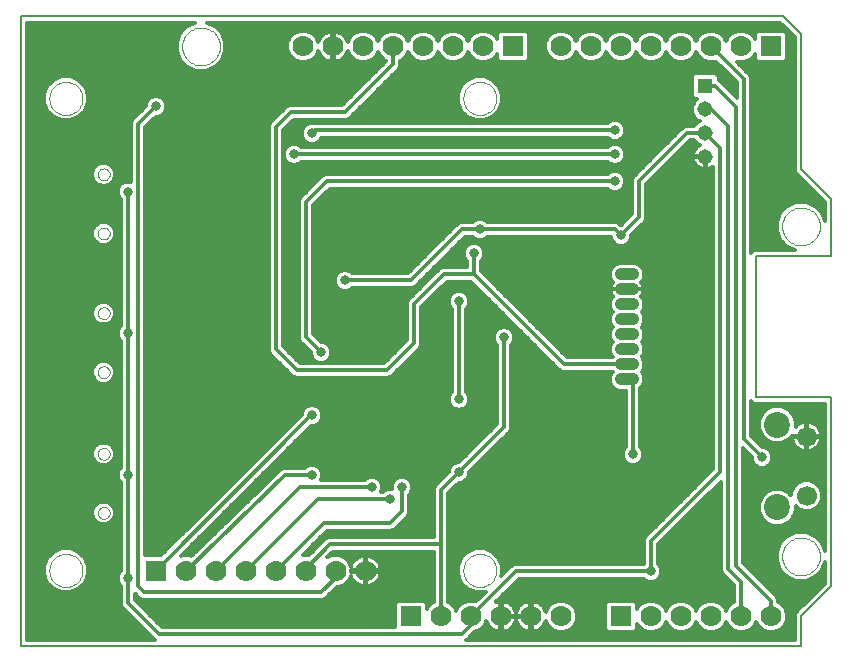
<source format=gbl>
G75*
G70*
%OFA0B0*%
%FSLAX24Y24*%
%IPPOS*%
%LPD*%
%AMOC8*
5,1,8,0,0,1.08239X$1,22.5*
%
%ADD10C,0.0000*%
%ADD11C,0.0050*%
%ADD12R,0.0700X0.0700*%
%ADD13C,0.0700*%
%ADD14C,0.0866*%
%ADD15C,0.0669*%
%ADD16R,0.0515X0.0515*%
%ADD17C,0.0515*%
%ADD18C,0.0397*%
%ADD19C,0.0120*%
%ADD20C,0.0317*%
%ADD21C,0.0160*%
D10*
X004305Y003896D02*
X004307Y003943D01*
X004313Y003989D01*
X004323Y004035D01*
X004336Y004080D01*
X004354Y004123D01*
X004375Y004165D01*
X004399Y004205D01*
X004427Y004242D01*
X004458Y004277D01*
X004492Y004310D01*
X004528Y004339D01*
X004567Y004365D01*
X004608Y004388D01*
X004651Y004407D01*
X004695Y004423D01*
X004740Y004435D01*
X004786Y004443D01*
X004833Y004447D01*
X004879Y004447D01*
X004926Y004443D01*
X004972Y004435D01*
X005017Y004423D01*
X005061Y004407D01*
X005104Y004388D01*
X005145Y004365D01*
X005184Y004339D01*
X005220Y004310D01*
X005254Y004277D01*
X005285Y004242D01*
X005313Y004205D01*
X005337Y004165D01*
X005358Y004123D01*
X005376Y004080D01*
X005389Y004035D01*
X005399Y003989D01*
X005405Y003943D01*
X005407Y003896D01*
X005405Y003849D01*
X005399Y003803D01*
X005389Y003757D01*
X005376Y003712D01*
X005358Y003669D01*
X005337Y003627D01*
X005313Y003587D01*
X005285Y003550D01*
X005254Y003515D01*
X005220Y003482D01*
X005184Y003453D01*
X005145Y003427D01*
X005104Y003404D01*
X005061Y003385D01*
X005017Y003369D01*
X004972Y003357D01*
X004926Y003349D01*
X004879Y003345D01*
X004833Y003345D01*
X004786Y003349D01*
X004740Y003357D01*
X004695Y003369D01*
X004651Y003385D01*
X004608Y003404D01*
X004567Y003427D01*
X004528Y003453D01*
X004492Y003482D01*
X004458Y003515D01*
X004427Y003550D01*
X004399Y003587D01*
X004375Y003627D01*
X004354Y003669D01*
X004336Y003712D01*
X004323Y003757D01*
X004313Y003803D01*
X004307Y003849D01*
X004305Y003896D01*
X005919Y005811D02*
X005921Y005838D01*
X005927Y005865D01*
X005936Y005891D01*
X005949Y005915D01*
X005965Y005938D01*
X005984Y005957D01*
X006006Y005974D01*
X006030Y005988D01*
X006055Y005998D01*
X006082Y006005D01*
X006109Y006008D01*
X006137Y006007D01*
X006164Y006002D01*
X006190Y005994D01*
X006214Y005982D01*
X006237Y005966D01*
X006258Y005948D01*
X006275Y005927D01*
X006290Y005903D01*
X006301Y005878D01*
X006309Y005852D01*
X006313Y005825D01*
X006313Y005797D01*
X006309Y005770D01*
X006301Y005744D01*
X006290Y005719D01*
X006275Y005695D01*
X006258Y005674D01*
X006237Y005656D01*
X006215Y005640D01*
X006190Y005628D01*
X006164Y005620D01*
X006137Y005615D01*
X006109Y005614D01*
X006082Y005617D01*
X006055Y005624D01*
X006030Y005634D01*
X006006Y005648D01*
X005984Y005665D01*
X005965Y005684D01*
X005949Y005707D01*
X005936Y005731D01*
X005927Y005757D01*
X005921Y005784D01*
X005919Y005811D01*
X005919Y007780D02*
X005921Y007807D01*
X005927Y007834D01*
X005936Y007860D01*
X005949Y007884D01*
X005965Y007907D01*
X005984Y007926D01*
X006006Y007943D01*
X006030Y007957D01*
X006055Y007967D01*
X006082Y007974D01*
X006109Y007977D01*
X006137Y007976D01*
X006164Y007971D01*
X006190Y007963D01*
X006214Y007951D01*
X006237Y007935D01*
X006258Y007917D01*
X006275Y007896D01*
X006290Y007872D01*
X006301Y007847D01*
X006309Y007821D01*
X006313Y007794D01*
X006313Y007766D01*
X006309Y007739D01*
X006301Y007713D01*
X006290Y007688D01*
X006275Y007664D01*
X006258Y007643D01*
X006237Y007625D01*
X006215Y007609D01*
X006190Y007597D01*
X006164Y007589D01*
X006137Y007584D01*
X006109Y007583D01*
X006082Y007586D01*
X006055Y007593D01*
X006030Y007603D01*
X006006Y007617D01*
X005984Y007634D01*
X005965Y007653D01*
X005949Y007676D01*
X005936Y007700D01*
X005927Y007726D01*
X005921Y007753D01*
X005919Y007780D01*
X005919Y010501D02*
X005921Y010528D01*
X005927Y010555D01*
X005936Y010581D01*
X005949Y010605D01*
X005965Y010628D01*
X005984Y010647D01*
X006006Y010664D01*
X006030Y010678D01*
X006055Y010688D01*
X006082Y010695D01*
X006109Y010698D01*
X006137Y010697D01*
X006164Y010692D01*
X006190Y010684D01*
X006214Y010672D01*
X006237Y010656D01*
X006258Y010638D01*
X006275Y010617D01*
X006290Y010593D01*
X006301Y010568D01*
X006309Y010542D01*
X006313Y010515D01*
X006313Y010487D01*
X006309Y010460D01*
X006301Y010434D01*
X006290Y010409D01*
X006275Y010385D01*
X006258Y010364D01*
X006237Y010346D01*
X006215Y010330D01*
X006190Y010318D01*
X006164Y010310D01*
X006137Y010305D01*
X006109Y010304D01*
X006082Y010307D01*
X006055Y010314D01*
X006030Y010324D01*
X006006Y010338D01*
X005984Y010355D01*
X005965Y010374D01*
X005949Y010397D01*
X005936Y010421D01*
X005927Y010447D01*
X005921Y010474D01*
X005919Y010501D01*
X005919Y012469D02*
X005921Y012496D01*
X005927Y012523D01*
X005936Y012549D01*
X005949Y012573D01*
X005965Y012596D01*
X005984Y012615D01*
X006006Y012632D01*
X006030Y012646D01*
X006055Y012656D01*
X006082Y012663D01*
X006109Y012666D01*
X006137Y012665D01*
X006164Y012660D01*
X006190Y012652D01*
X006214Y012640D01*
X006237Y012624D01*
X006258Y012606D01*
X006275Y012585D01*
X006290Y012561D01*
X006301Y012536D01*
X006309Y012510D01*
X006313Y012483D01*
X006313Y012455D01*
X006309Y012428D01*
X006301Y012402D01*
X006290Y012377D01*
X006275Y012353D01*
X006258Y012332D01*
X006237Y012314D01*
X006215Y012298D01*
X006190Y012286D01*
X006164Y012278D01*
X006137Y012273D01*
X006109Y012272D01*
X006082Y012275D01*
X006055Y012282D01*
X006030Y012292D01*
X006006Y012306D01*
X005984Y012323D01*
X005965Y012342D01*
X005949Y012365D01*
X005936Y012389D01*
X005927Y012415D01*
X005921Y012442D01*
X005919Y012469D01*
X005919Y015128D02*
X005921Y015155D01*
X005927Y015182D01*
X005936Y015208D01*
X005949Y015232D01*
X005965Y015255D01*
X005984Y015274D01*
X006006Y015291D01*
X006030Y015305D01*
X006055Y015315D01*
X006082Y015322D01*
X006109Y015325D01*
X006137Y015324D01*
X006164Y015319D01*
X006190Y015311D01*
X006214Y015299D01*
X006237Y015283D01*
X006258Y015265D01*
X006275Y015244D01*
X006290Y015220D01*
X006301Y015195D01*
X006309Y015169D01*
X006313Y015142D01*
X006313Y015114D01*
X006309Y015087D01*
X006301Y015061D01*
X006290Y015036D01*
X006275Y015012D01*
X006258Y014991D01*
X006237Y014973D01*
X006215Y014957D01*
X006190Y014945D01*
X006164Y014937D01*
X006137Y014932D01*
X006109Y014931D01*
X006082Y014934D01*
X006055Y014941D01*
X006030Y014951D01*
X006006Y014965D01*
X005984Y014982D01*
X005965Y015001D01*
X005949Y015024D01*
X005936Y015048D01*
X005927Y015074D01*
X005921Y015101D01*
X005919Y015128D01*
X005919Y017096D02*
X005921Y017123D01*
X005927Y017150D01*
X005936Y017176D01*
X005949Y017200D01*
X005965Y017223D01*
X005984Y017242D01*
X006006Y017259D01*
X006030Y017273D01*
X006055Y017283D01*
X006082Y017290D01*
X006109Y017293D01*
X006137Y017292D01*
X006164Y017287D01*
X006190Y017279D01*
X006214Y017267D01*
X006237Y017251D01*
X006258Y017233D01*
X006275Y017212D01*
X006290Y017188D01*
X006301Y017163D01*
X006309Y017137D01*
X006313Y017110D01*
X006313Y017082D01*
X006309Y017055D01*
X006301Y017029D01*
X006290Y017004D01*
X006275Y016980D01*
X006258Y016959D01*
X006237Y016941D01*
X006215Y016925D01*
X006190Y016913D01*
X006164Y016905D01*
X006137Y016900D01*
X006109Y016899D01*
X006082Y016902D01*
X006055Y016909D01*
X006030Y016919D01*
X006006Y016933D01*
X005984Y016950D01*
X005965Y016969D01*
X005949Y016992D01*
X005936Y017016D01*
X005927Y017042D01*
X005921Y017069D01*
X005919Y017096D01*
X004305Y019629D02*
X004307Y019676D01*
X004313Y019722D01*
X004323Y019768D01*
X004336Y019813D01*
X004354Y019856D01*
X004375Y019898D01*
X004399Y019938D01*
X004427Y019975D01*
X004458Y020010D01*
X004492Y020043D01*
X004528Y020072D01*
X004567Y020098D01*
X004608Y020121D01*
X004651Y020140D01*
X004695Y020156D01*
X004740Y020168D01*
X004786Y020176D01*
X004833Y020180D01*
X004879Y020180D01*
X004926Y020176D01*
X004972Y020168D01*
X005017Y020156D01*
X005061Y020140D01*
X005104Y020121D01*
X005145Y020098D01*
X005184Y020072D01*
X005220Y020043D01*
X005254Y020010D01*
X005285Y019975D01*
X005313Y019938D01*
X005337Y019898D01*
X005358Y019856D01*
X005376Y019813D01*
X005389Y019768D01*
X005399Y019722D01*
X005405Y019676D01*
X005407Y019629D01*
X005405Y019582D01*
X005399Y019536D01*
X005389Y019490D01*
X005376Y019445D01*
X005358Y019402D01*
X005337Y019360D01*
X005313Y019320D01*
X005285Y019283D01*
X005254Y019248D01*
X005220Y019215D01*
X005184Y019186D01*
X005145Y019160D01*
X005104Y019137D01*
X005061Y019118D01*
X005017Y019102D01*
X004972Y019090D01*
X004926Y019082D01*
X004879Y019078D01*
X004833Y019078D01*
X004786Y019082D01*
X004740Y019090D01*
X004695Y019102D01*
X004651Y019118D01*
X004608Y019137D01*
X004567Y019160D01*
X004528Y019186D01*
X004492Y019215D01*
X004458Y019248D01*
X004427Y019283D01*
X004399Y019320D01*
X004375Y019360D01*
X004354Y019402D01*
X004336Y019445D01*
X004323Y019490D01*
X004313Y019536D01*
X004307Y019582D01*
X004305Y019629D01*
X008730Y021360D02*
X008732Y021410D01*
X008738Y021460D01*
X008748Y021509D01*
X008762Y021557D01*
X008779Y021604D01*
X008800Y021649D01*
X008825Y021693D01*
X008853Y021734D01*
X008885Y021773D01*
X008919Y021810D01*
X008956Y021844D01*
X008996Y021874D01*
X009038Y021901D01*
X009082Y021925D01*
X009128Y021946D01*
X009175Y021962D01*
X009223Y021975D01*
X009273Y021984D01*
X009322Y021989D01*
X009373Y021990D01*
X009423Y021987D01*
X009472Y021980D01*
X009521Y021969D01*
X009569Y021954D01*
X009615Y021936D01*
X009660Y021914D01*
X009703Y021888D01*
X009744Y021859D01*
X009783Y021827D01*
X009819Y021792D01*
X009851Y021754D01*
X009881Y021714D01*
X009908Y021671D01*
X009931Y021627D01*
X009950Y021581D01*
X009966Y021533D01*
X009978Y021484D01*
X009986Y021435D01*
X009990Y021385D01*
X009990Y021335D01*
X009986Y021285D01*
X009978Y021236D01*
X009966Y021187D01*
X009950Y021139D01*
X009931Y021093D01*
X009908Y021049D01*
X009881Y021006D01*
X009851Y020966D01*
X009819Y020928D01*
X009783Y020893D01*
X009744Y020861D01*
X009703Y020832D01*
X009660Y020806D01*
X009615Y020784D01*
X009569Y020766D01*
X009521Y020751D01*
X009472Y020740D01*
X009423Y020733D01*
X009373Y020730D01*
X009322Y020731D01*
X009273Y020736D01*
X009223Y020745D01*
X009175Y020758D01*
X009128Y020774D01*
X009082Y020795D01*
X009038Y020819D01*
X008996Y020846D01*
X008956Y020876D01*
X008919Y020910D01*
X008885Y020947D01*
X008853Y020986D01*
X008825Y021027D01*
X008800Y021071D01*
X008779Y021116D01*
X008762Y021163D01*
X008748Y021211D01*
X008738Y021260D01*
X008732Y021310D01*
X008730Y021360D01*
X018104Y019629D02*
X018106Y019676D01*
X018112Y019722D01*
X018122Y019768D01*
X018135Y019813D01*
X018153Y019856D01*
X018174Y019898D01*
X018198Y019938D01*
X018226Y019975D01*
X018257Y020010D01*
X018291Y020043D01*
X018327Y020072D01*
X018366Y020098D01*
X018407Y020121D01*
X018450Y020140D01*
X018494Y020156D01*
X018539Y020168D01*
X018585Y020176D01*
X018632Y020180D01*
X018678Y020180D01*
X018725Y020176D01*
X018771Y020168D01*
X018816Y020156D01*
X018860Y020140D01*
X018903Y020121D01*
X018944Y020098D01*
X018983Y020072D01*
X019019Y020043D01*
X019053Y020010D01*
X019084Y019975D01*
X019112Y019938D01*
X019136Y019898D01*
X019157Y019856D01*
X019175Y019813D01*
X019188Y019768D01*
X019198Y019722D01*
X019204Y019676D01*
X019206Y019629D01*
X019204Y019582D01*
X019198Y019536D01*
X019188Y019490D01*
X019175Y019445D01*
X019157Y019402D01*
X019136Y019360D01*
X019112Y019320D01*
X019084Y019283D01*
X019053Y019248D01*
X019019Y019215D01*
X018983Y019186D01*
X018944Y019160D01*
X018903Y019137D01*
X018860Y019118D01*
X018816Y019102D01*
X018771Y019090D01*
X018725Y019082D01*
X018678Y019078D01*
X018632Y019078D01*
X018585Y019082D01*
X018539Y019090D01*
X018494Y019102D01*
X018450Y019118D01*
X018407Y019137D01*
X018366Y019160D01*
X018327Y019186D01*
X018291Y019215D01*
X018257Y019248D01*
X018226Y019283D01*
X018198Y019320D01*
X018174Y019360D01*
X018153Y019402D01*
X018135Y019445D01*
X018122Y019490D01*
X018112Y019536D01*
X018106Y019582D01*
X018104Y019629D01*
X028730Y015360D02*
X028732Y015410D01*
X028738Y015460D01*
X028748Y015509D01*
X028762Y015557D01*
X028779Y015604D01*
X028800Y015649D01*
X028825Y015693D01*
X028853Y015734D01*
X028885Y015773D01*
X028919Y015810D01*
X028956Y015844D01*
X028996Y015874D01*
X029038Y015901D01*
X029082Y015925D01*
X029128Y015946D01*
X029175Y015962D01*
X029223Y015975D01*
X029273Y015984D01*
X029322Y015989D01*
X029373Y015990D01*
X029423Y015987D01*
X029472Y015980D01*
X029521Y015969D01*
X029569Y015954D01*
X029615Y015936D01*
X029660Y015914D01*
X029703Y015888D01*
X029744Y015859D01*
X029783Y015827D01*
X029819Y015792D01*
X029851Y015754D01*
X029881Y015714D01*
X029908Y015671D01*
X029931Y015627D01*
X029950Y015581D01*
X029966Y015533D01*
X029978Y015484D01*
X029986Y015435D01*
X029990Y015385D01*
X029990Y015335D01*
X029986Y015285D01*
X029978Y015236D01*
X029966Y015187D01*
X029950Y015139D01*
X029931Y015093D01*
X029908Y015049D01*
X029881Y015006D01*
X029851Y014966D01*
X029819Y014928D01*
X029783Y014893D01*
X029744Y014861D01*
X029703Y014832D01*
X029660Y014806D01*
X029615Y014784D01*
X029569Y014766D01*
X029521Y014751D01*
X029472Y014740D01*
X029423Y014733D01*
X029373Y014730D01*
X029322Y014731D01*
X029273Y014736D01*
X029223Y014745D01*
X029175Y014758D01*
X029128Y014774D01*
X029082Y014795D01*
X029038Y014819D01*
X028996Y014846D01*
X028956Y014876D01*
X028919Y014910D01*
X028885Y014947D01*
X028853Y014986D01*
X028825Y015027D01*
X028800Y015071D01*
X028779Y015116D01*
X028762Y015163D01*
X028748Y015211D01*
X028738Y015260D01*
X028732Y015310D01*
X028730Y015360D01*
X028730Y004360D02*
X028732Y004410D01*
X028738Y004460D01*
X028748Y004509D01*
X028762Y004557D01*
X028779Y004604D01*
X028800Y004649D01*
X028825Y004693D01*
X028853Y004734D01*
X028885Y004773D01*
X028919Y004810D01*
X028956Y004844D01*
X028996Y004874D01*
X029038Y004901D01*
X029082Y004925D01*
X029128Y004946D01*
X029175Y004962D01*
X029223Y004975D01*
X029273Y004984D01*
X029322Y004989D01*
X029373Y004990D01*
X029423Y004987D01*
X029472Y004980D01*
X029521Y004969D01*
X029569Y004954D01*
X029615Y004936D01*
X029660Y004914D01*
X029703Y004888D01*
X029744Y004859D01*
X029783Y004827D01*
X029819Y004792D01*
X029851Y004754D01*
X029881Y004714D01*
X029908Y004671D01*
X029931Y004627D01*
X029950Y004581D01*
X029966Y004533D01*
X029978Y004484D01*
X029986Y004435D01*
X029990Y004385D01*
X029990Y004335D01*
X029986Y004285D01*
X029978Y004236D01*
X029966Y004187D01*
X029950Y004139D01*
X029931Y004093D01*
X029908Y004049D01*
X029881Y004006D01*
X029851Y003966D01*
X029819Y003928D01*
X029783Y003893D01*
X029744Y003861D01*
X029703Y003832D01*
X029660Y003806D01*
X029615Y003784D01*
X029569Y003766D01*
X029521Y003751D01*
X029472Y003740D01*
X029423Y003733D01*
X029373Y003730D01*
X029322Y003731D01*
X029273Y003736D01*
X029223Y003745D01*
X029175Y003758D01*
X029128Y003774D01*
X029082Y003795D01*
X029038Y003819D01*
X028996Y003846D01*
X028956Y003876D01*
X028919Y003910D01*
X028885Y003947D01*
X028853Y003986D01*
X028825Y004027D01*
X028800Y004071D01*
X028779Y004116D01*
X028762Y004163D01*
X028748Y004211D01*
X028738Y004260D01*
X028732Y004310D01*
X028730Y004360D01*
X018104Y003896D02*
X018106Y003943D01*
X018112Y003989D01*
X018122Y004035D01*
X018135Y004080D01*
X018153Y004123D01*
X018174Y004165D01*
X018198Y004205D01*
X018226Y004242D01*
X018257Y004277D01*
X018291Y004310D01*
X018327Y004339D01*
X018366Y004365D01*
X018407Y004388D01*
X018450Y004407D01*
X018494Y004423D01*
X018539Y004435D01*
X018585Y004443D01*
X018632Y004447D01*
X018678Y004447D01*
X018725Y004443D01*
X018771Y004435D01*
X018816Y004423D01*
X018860Y004407D01*
X018903Y004388D01*
X018944Y004365D01*
X018983Y004339D01*
X019019Y004310D01*
X019053Y004277D01*
X019084Y004242D01*
X019112Y004205D01*
X019136Y004165D01*
X019157Y004123D01*
X019175Y004080D01*
X019188Y004035D01*
X019198Y003989D01*
X019204Y003943D01*
X019206Y003896D01*
X019204Y003849D01*
X019198Y003803D01*
X019188Y003757D01*
X019175Y003712D01*
X019157Y003669D01*
X019136Y003627D01*
X019112Y003587D01*
X019084Y003550D01*
X019053Y003515D01*
X019019Y003482D01*
X018983Y003453D01*
X018944Y003427D01*
X018903Y003404D01*
X018860Y003385D01*
X018816Y003369D01*
X018771Y003357D01*
X018725Y003349D01*
X018678Y003345D01*
X018632Y003345D01*
X018585Y003349D01*
X018539Y003357D01*
X018494Y003369D01*
X018450Y003385D01*
X018407Y003404D01*
X018366Y003427D01*
X018327Y003453D01*
X018291Y003482D01*
X018257Y003515D01*
X018226Y003550D01*
X018198Y003587D01*
X018174Y003627D01*
X018153Y003669D01*
X018135Y003712D01*
X018122Y003757D01*
X018112Y003803D01*
X018106Y003849D01*
X018104Y003896D01*
D11*
X029360Y001360D02*
X003360Y001360D01*
X003360Y022360D01*
X028760Y022360D01*
X029360Y021760D01*
X029360Y017260D01*
X030360Y016260D01*
X030360Y014360D01*
X027860Y014360D01*
X027860Y009660D01*
X030360Y009660D01*
X030360Y003360D01*
X029360Y002360D01*
X029360Y001360D01*
D12*
X023360Y002360D03*
X016360Y002360D03*
X007843Y003873D03*
X019760Y021360D03*
X028360Y021360D03*
D13*
X027360Y021360D03*
X026360Y021360D03*
X025360Y021360D03*
X024360Y021360D03*
X023360Y021360D03*
X022360Y021360D03*
X021360Y021360D03*
X018760Y021360D03*
X017760Y021360D03*
X016760Y021360D03*
X015760Y021360D03*
X014760Y021360D03*
X013760Y021360D03*
X012760Y021360D03*
X012843Y003873D03*
X013843Y003873D03*
X014843Y003873D03*
X017360Y002360D03*
X018360Y002360D03*
X019360Y002360D03*
X020360Y002360D03*
X021360Y002360D03*
X024360Y002360D03*
X025360Y002360D03*
X026360Y002360D03*
X027360Y002360D03*
X028360Y002360D03*
X011843Y003873D03*
X010843Y003873D03*
X009843Y003873D03*
X008843Y003873D03*
D14*
X028563Y005995D03*
X028563Y008750D03*
D15*
X029548Y008357D03*
X029548Y006388D03*
D16*
X026173Y020048D03*
D17*
X026173Y019260D03*
X026173Y018473D03*
X026173Y017685D03*
D18*
X023760Y013760D02*
X023363Y013760D01*
X023363Y013260D02*
X023760Y013260D01*
X023760Y012760D02*
X023363Y012760D01*
X023363Y012260D02*
X023760Y012260D01*
X023760Y011760D02*
X023363Y011760D01*
X023363Y011260D02*
X023760Y011260D01*
X023760Y010760D02*
X023363Y010760D01*
X023363Y010260D02*
X023760Y010260D01*
D19*
X023760Y007760D01*
X024000Y007999D02*
X024000Y009965D01*
X024081Y010046D01*
X024138Y010185D01*
X024138Y010335D01*
X024081Y010474D01*
X024045Y010510D01*
X024081Y010546D01*
X024138Y010685D01*
X024138Y010835D01*
X024081Y010974D01*
X024045Y011010D01*
X024081Y011046D01*
X024138Y011185D01*
X024138Y011335D01*
X024081Y011474D01*
X024045Y011510D01*
X024081Y011546D01*
X024138Y011685D01*
X024138Y011835D01*
X024081Y011974D01*
X024045Y012010D01*
X024081Y012046D01*
X024138Y012185D01*
X024138Y012335D01*
X024081Y012474D01*
X024045Y012510D01*
X024081Y012546D01*
X024138Y012685D01*
X024138Y012835D01*
X024081Y012974D01*
X024031Y013024D01*
X024038Y013032D01*
X024078Y013090D01*
X024105Y013155D01*
X024118Y013225D01*
X024118Y013260D01*
X024118Y013295D01*
X024105Y013365D01*
X024078Y013430D01*
X024038Y013488D01*
X024031Y013496D01*
X024081Y013546D01*
X024138Y013685D01*
X024138Y013835D01*
X024081Y013974D01*
X023974Y014081D01*
X023835Y014138D01*
X023288Y014138D01*
X023149Y014081D01*
X023042Y013974D01*
X022985Y013835D01*
X022985Y013685D01*
X023042Y013546D01*
X023092Y013496D01*
X023085Y013488D01*
X023046Y013430D01*
X023018Y013365D01*
X023005Y013295D01*
X023005Y013260D01*
X023005Y013225D01*
X023018Y013155D01*
X023046Y013090D01*
X023085Y013032D01*
X023092Y013024D01*
X023042Y012974D01*
X022985Y012835D01*
X022985Y012685D01*
X023042Y012546D01*
X023078Y012510D01*
X023042Y012474D01*
X022985Y012335D01*
X022985Y012185D01*
X023042Y012046D01*
X023078Y012010D01*
X023042Y011974D01*
X022985Y011835D01*
X022985Y011685D01*
X023042Y011546D01*
X023078Y011510D01*
X023042Y011474D01*
X022985Y011335D01*
X022985Y011185D01*
X023042Y011046D01*
X023078Y011010D01*
X023068Y011000D01*
X021559Y011000D01*
X018700Y013859D01*
X018700Y014221D01*
X018747Y014268D01*
X018798Y014393D01*
X018798Y014527D01*
X018747Y014652D01*
X018652Y014747D01*
X018527Y014798D01*
X018393Y014798D01*
X018268Y014747D01*
X018173Y014652D01*
X018122Y014527D01*
X018122Y014393D01*
X018173Y014268D01*
X018220Y014221D01*
X018220Y014000D01*
X017412Y014000D01*
X017324Y013963D01*
X017257Y013896D01*
X016257Y012896D01*
X016220Y012808D01*
X016220Y011559D01*
X015461Y010800D01*
X012659Y010800D01*
X012100Y011359D01*
X012100Y018561D01*
X012459Y018920D01*
X014208Y018920D01*
X014296Y018957D01*
X014363Y019024D01*
X015963Y020624D01*
X016000Y020712D01*
X016000Y020886D01*
X016060Y020911D01*
X016209Y021060D01*
X016260Y021182D01*
X016311Y021060D01*
X016460Y020911D01*
X016655Y020830D01*
X016865Y020830D01*
X017060Y020911D01*
X017209Y021060D01*
X017260Y021182D01*
X017311Y021060D01*
X017460Y020911D01*
X017655Y020830D01*
X017865Y020830D01*
X018060Y020911D01*
X018209Y021060D01*
X018260Y021182D01*
X018311Y021060D01*
X018460Y020911D01*
X018655Y020830D01*
X018865Y020830D01*
X019060Y020911D01*
X019209Y021060D01*
X019230Y021110D01*
X019230Y020935D01*
X019335Y020830D01*
X020185Y020830D01*
X020290Y020935D01*
X020290Y021785D01*
X020185Y021890D01*
X019335Y021890D01*
X019230Y021785D01*
X019230Y021610D01*
X019209Y021660D01*
X019060Y021809D01*
X018865Y021890D01*
X018655Y021890D01*
X018460Y021809D01*
X018311Y021660D01*
X018260Y021538D01*
X018209Y021660D01*
X018060Y021809D01*
X017865Y021890D01*
X017655Y021890D01*
X017460Y021809D01*
X017311Y021660D01*
X017260Y021538D01*
X017209Y021660D01*
X017060Y021809D01*
X016865Y021890D01*
X016655Y021890D01*
X016460Y021809D01*
X016311Y021660D01*
X016260Y021538D01*
X016209Y021660D01*
X016060Y021809D01*
X015865Y021890D01*
X015655Y021890D01*
X015460Y021809D01*
X015311Y021660D01*
X015260Y021538D01*
X015209Y021660D01*
X015060Y021809D01*
X014865Y021890D01*
X014655Y021890D01*
X014460Y021809D01*
X014311Y021660D01*
X014248Y021509D01*
X014233Y021556D01*
X014196Y021627D01*
X014149Y021692D01*
X014092Y021749D01*
X014027Y021796D01*
X013956Y021833D01*
X013879Y021857D01*
X013800Y021870D01*
X013780Y021870D01*
X013780Y021380D01*
X013740Y021380D01*
X013740Y021870D01*
X013720Y021870D01*
X013641Y021857D01*
X013564Y021833D01*
X013493Y021796D01*
X013428Y021749D01*
X013371Y021692D01*
X013324Y021627D01*
X013287Y021556D01*
X013272Y021509D01*
X013209Y021660D01*
X013060Y021809D01*
X012865Y021890D01*
X012655Y021890D01*
X012460Y021809D01*
X012311Y021660D01*
X012230Y021465D01*
X012230Y021255D01*
X012311Y021060D01*
X012460Y020911D01*
X012655Y020830D01*
X012865Y020830D01*
X013060Y020911D01*
X013209Y021060D01*
X013272Y021211D01*
X013287Y021164D01*
X013324Y021093D01*
X013371Y021028D01*
X013428Y020971D01*
X013493Y020924D01*
X013564Y020887D01*
X013641Y020863D01*
X013720Y020850D01*
X013740Y020850D01*
X013740Y021340D01*
X013780Y021340D01*
X013780Y020850D01*
X013800Y020850D01*
X013879Y020863D01*
X013956Y020887D01*
X014027Y020924D01*
X014092Y020971D01*
X014149Y021028D01*
X014196Y021093D01*
X014233Y021164D01*
X014248Y021211D01*
X014311Y021060D01*
X014460Y020911D01*
X014655Y020830D01*
X014865Y020830D01*
X015060Y020911D01*
X015209Y021060D01*
X015260Y021182D01*
X015311Y021060D01*
X015460Y020911D01*
X015520Y020886D01*
X015520Y020859D01*
X014061Y019400D01*
X012312Y019400D01*
X012224Y019363D01*
X011724Y018863D01*
X011657Y018796D01*
X011620Y018708D01*
X011620Y011212D01*
X011657Y011124D01*
X012357Y010424D01*
X012424Y010357D01*
X012512Y010320D01*
X015608Y010320D01*
X015696Y010357D01*
X016596Y011257D01*
X016663Y011324D01*
X016700Y011412D01*
X016700Y012661D01*
X017559Y013520D01*
X018361Y013520D01*
X021324Y010557D01*
X021412Y010520D01*
X023068Y010520D01*
X023078Y010510D01*
X023042Y010474D01*
X022985Y010335D01*
X022985Y010185D01*
X023042Y010046D01*
X023149Y009939D01*
X023288Y009882D01*
X023520Y009882D01*
X023520Y007999D01*
X023473Y007952D01*
X023422Y007827D01*
X023422Y007693D01*
X023473Y007568D01*
X023568Y007473D01*
X023693Y007422D01*
X023827Y007422D01*
X023952Y007473D01*
X024047Y007568D01*
X024098Y007693D01*
X024098Y007827D01*
X024047Y007952D01*
X024000Y007999D01*
X024040Y007959D02*
X026420Y007959D01*
X026420Y008077D02*
X024000Y008077D01*
X024000Y008196D02*
X026420Y008196D01*
X026420Y008314D02*
X024000Y008314D01*
X024000Y008433D02*
X026420Y008433D01*
X026420Y008551D02*
X024000Y008551D01*
X024000Y008670D02*
X026420Y008670D01*
X026420Y008788D02*
X024000Y008788D01*
X024000Y008907D02*
X026420Y008907D01*
X026420Y009025D02*
X024000Y009025D01*
X024000Y009144D02*
X026420Y009144D01*
X026420Y009262D02*
X024000Y009262D01*
X024000Y009381D02*
X026420Y009381D01*
X026420Y009499D02*
X024000Y009499D01*
X024000Y009618D02*
X026420Y009618D01*
X026420Y009736D02*
X024000Y009736D01*
X024000Y009855D02*
X026420Y009855D01*
X026420Y009973D02*
X024008Y009973D01*
X024100Y010092D02*
X026420Y010092D01*
X026420Y010210D02*
X024138Y010210D01*
X024138Y010329D02*
X026420Y010329D01*
X026420Y010447D02*
X024092Y010447D01*
X024089Y010566D02*
X026420Y010566D01*
X026420Y010684D02*
X024138Y010684D01*
X024138Y010803D02*
X026420Y010803D01*
X026420Y010921D02*
X024103Y010921D01*
X024075Y011040D02*
X026420Y011040D01*
X026420Y011158D02*
X024127Y011158D01*
X024138Y011277D02*
X026420Y011277D01*
X026420Y011395D02*
X024114Y011395D01*
X024049Y011514D02*
X026420Y011514D01*
X026420Y011632D02*
X024117Y011632D01*
X024138Y011751D02*
X026420Y011751D01*
X026420Y011869D02*
X024124Y011869D01*
X024068Y011988D02*
X026420Y011988D01*
X026420Y012106D02*
X024106Y012106D01*
X024138Y012225D02*
X026420Y012225D01*
X026420Y012343D02*
X024135Y012343D01*
X024086Y012462D02*
X026420Y012462D01*
X026420Y012580D02*
X024095Y012580D01*
X024138Y012699D02*
X026420Y012699D01*
X026420Y012817D02*
X024138Y012817D01*
X024097Y012936D02*
X026420Y012936D01*
X026420Y013054D02*
X024053Y013054D01*
X024108Y013173D02*
X026420Y013173D01*
X026420Y013291D02*
X024118Y013291D01*
X024118Y013260D02*
X023760Y013260D01*
X023760Y013260D01*
X023760Y013260D01*
X023760Y013382D01*
X023760Y013382D01*
X023760Y013260D01*
X023760Y013260D01*
X023005Y013260D01*
X023760Y013260D01*
X024118Y013260D01*
X024086Y013410D02*
X026420Y013410D01*
X026420Y013528D02*
X024063Y013528D01*
X024123Y013647D02*
X026420Y013647D01*
X026420Y013765D02*
X024138Y013765D01*
X024118Y013884D02*
X026420Y013884D01*
X026420Y014002D02*
X024053Y014002D01*
X023878Y014121D02*
X026420Y014121D01*
X026420Y014239D02*
X018718Y014239D01*
X018700Y014121D02*
X023245Y014121D01*
X023070Y014002D02*
X018700Y014002D01*
X018700Y013884D02*
X023005Y013884D01*
X022985Y013765D02*
X018794Y013765D01*
X018913Y013647D02*
X023001Y013647D01*
X023060Y013528D02*
X019031Y013528D01*
X019150Y013410D02*
X023037Y013410D01*
X023005Y013291D02*
X019268Y013291D01*
X019387Y013173D02*
X023015Y013173D01*
X023070Y013054D02*
X019505Y013054D01*
X019624Y012936D02*
X023026Y012936D01*
X022985Y012817D02*
X019742Y012817D01*
X019861Y012699D02*
X022985Y012699D01*
X023028Y012580D02*
X019979Y012580D01*
X020098Y012462D02*
X023037Y012462D01*
X022988Y012343D02*
X020216Y012343D01*
X020335Y012225D02*
X022985Y012225D01*
X023017Y012106D02*
X020453Y012106D01*
X020572Y011988D02*
X023056Y011988D01*
X022999Y011869D02*
X020690Y011869D01*
X020809Y011751D02*
X022985Y011751D01*
X023007Y011632D02*
X020927Y011632D01*
X021046Y011514D02*
X023074Y011514D01*
X023009Y011395D02*
X021164Y011395D01*
X021283Y011277D02*
X022985Y011277D01*
X022996Y011158D02*
X021401Y011158D01*
X021520Y011040D02*
X023048Y011040D01*
X023031Y010447D02*
X019700Y010447D01*
X019700Y010329D02*
X022985Y010329D01*
X022985Y010210D02*
X019700Y010210D01*
X019700Y010092D02*
X023023Y010092D01*
X023115Y009973D02*
X019700Y009973D01*
X019700Y009855D02*
X023520Y009855D01*
X023520Y009736D02*
X019700Y009736D01*
X019700Y009618D02*
X023520Y009618D01*
X023520Y009499D02*
X019700Y009499D01*
X019700Y009381D02*
X023520Y009381D01*
X023520Y009262D02*
X019700Y009262D01*
X019700Y009144D02*
X023520Y009144D01*
X023520Y009025D02*
X019700Y009025D01*
X019700Y008907D02*
X023520Y008907D01*
X023520Y008788D02*
X019700Y008788D01*
X019700Y008670D02*
X023520Y008670D01*
X023520Y008551D02*
X019675Y008551D01*
X019663Y008524D02*
X019700Y008612D01*
X019700Y011421D01*
X019747Y011468D01*
X019798Y011593D01*
X019798Y011727D01*
X019747Y011852D01*
X019652Y011947D01*
X019527Y011998D01*
X019393Y011998D01*
X019268Y011947D01*
X019173Y011852D01*
X019122Y011727D01*
X019122Y011593D01*
X019173Y011468D01*
X019220Y011421D01*
X019220Y008759D01*
X017959Y007498D01*
X017893Y007498D01*
X017768Y007447D01*
X017673Y007352D01*
X017622Y007227D01*
X017622Y007161D01*
X017157Y006696D01*
X017120Y006608D01*
X017120Y005000D01*
X013612Y005000D01*
X013524Y004963D01*
X013457Y004896D01*
X012959Y004398D01*
X012948Y004403D01*
X012742Y004403D01*
X013559Y005220D01*
X015708Y005220D01*
X015796Y005257D01*
X016196Y005657D01*
X016263Y005724D01*
X016300Y005812D01*
X016300Y006421D01*
X016347Y006468D01*
X016398Y006593D01*
X016398Y006727D01*
X016347Y006852D01*
X016252Y006947D01*
X016127Y006998D01*
X015993Y006998D01*
X015868Y006947D01*
X015773Y006852D01*
X015722Y006727D01*
X015722Y006598D01*
X015593Y006598D01*
X015468Y006547D01*
X015421Y006500D01*
X015360Y006500D01*
X015398Y006593D01*
X015398Y006727D01*
X015347Y006852D01*
X015252Y006947D01*
X015127Y006998D01*
X014993Y006998D01*
X014868Y006947D01*
X014821Y006900D01*
X013360Y006900D01*
X013398Y006993D01*
X013398Y007127D01*
X013347Y007252D01*
X013252Y007347D01*
X013127Y007398D01*
X012993Y007398D01*
X012868Y007347D01*
X012821Y007300D01*
X012162Y007300D01*
X012116Y007301D01*
X012114Y007300D01*
X012112Y007300D01*
X012070Y007282D01*
X012027Y007266D01*
X012026Y007264D01*
X012024Y007263D01*
X011992Y007231D01*
X009037Y004366D01*
X008948Y004403D01*
X008738Y004403D01*
X008695Y004385D01*
X013031Y008722D01*
X013127Y008722D01*
X013252Y008773D01*
X013347Y008868D01*
X013398Y008993D01*
X013398Y009127D01*
X013347Y009252D01*
X013252Y009347D01*
X013127Y009398D01*
X012993Y009398D01*
X012868Y009347D01*
X012773Y009252D01*
X012722Y009127D01*
X012722Y009091D01*
X008034Y004403D01*
X007500Y004403D01*
X007500Y018661D01*
X007861Y019022D01*
X007927Y019022D01*
X008052Y019073D01*
X008147Y019168D01*
X008198Y019293D01*
X008198Y019427D01*
X008147Y019552D01*
X008052Y019647D01*
X007927Y019698D01*
X007793Y019698D01*
X007668Y019647D01*
X007573Y019552D01*
X007522Y019427D01*
X007522Y019361D01*
X007057Y018896D01*
X007020Y018808D01*
X007020Y016843D01*
X006984Y016858D01*
X006850Y016858D01*
X006725Y016806D01*
X006630Y016711D01*
X006579Y016587D01*
X006579Y016452D01*
X006630Y016328D01*
X006677Y016281D01*
X006677Y012034D01*
X006630Y011987D01*
X006579Y011862D01*
X006579Y011728D01*
X006630Y011603D01*
X006677Y011556D01*
X006677Y007309D01*
X006630Y007262D01*
X006579Y007138D01*
X006579Y007003D01*
X006630Y006879D01*
X006677Y006832D01*
X006677Y003864D01*
X006630Y003817D01*
X006579Y003693D01*
X006579Y003558D01*
X006630Y003434D01*
X006677Y003387D01*
X006677Y002755D01*
X006714Y002667D01*
X006781Y002599D01*
X007816Y001565D01*
X003565Y001565D01*
X003565Y022155D01*
X009163Y022155D01*
X008901Y022047D01*
X008673Y021819D01*
X008550Y021521D01*
X008550Y021199D01*
X008673Y020901D01*
X008901Y020673D01*
X009199Y020550D01*
X009521Y020550D01*
X009819Y020673D01*
X010047Y020901D01*
X010170Y021199D01*
X010170Y021521D01*
X010047Y021819D01*
X009819Y022047D01*
X009557Y022155D01*
X028675Y022155D01*
X029155Y021675D01*
X029155Y017175D01*
X030155Y016175D01*
X030155Y015557D01*
X030047Y015819D01*
X029819Y016047D01*
X029521Y016170D01*
X029199Y016170D01*
X028901Y016047D01*
X028673Y015819D01*
X028550Y015521D01*
X028550Y015199D01*
X028673Y014901D01*
X028901Y014673D01*
X029163Y014565D01*
X027775Y014565D01*
X027700Y014490D01*
X027700Y020308D01*
X027663Y020396D01*
X027596Y020463D01*
X027212Y020848D01*
X027255Y020830D01*
X027465Y020830D01*
X027660Y020911D01*
X027809Y021060D01*
X027830Y021110D01*
X027830Y020935D01*
X027935Y020830D01*
X028785Y020830D01*
X028890Y020935D01*
X028890Y021785D01*
X028785Y021890D01*
X027935Y021890D01*
X027830Y021785D01*
X027830Y021610D01*
X027809Y021660D01*
X027660Y021809D01*
X027465Y021890D01*
X027255Y021890D01*
X027060Y021809D01*
X026911Y021660D01*
X026860Y021538D01*
X026809Y021660D01*
X026660Y021809D01*
X026465Y021890D01*
X026255Y021890D01*
X026060Y021809D01*
X025911Y021660D01*
X025860Y021538D01*
X025809Y021660D01*
X025660Y021809D01*
X025465Y021890D01*
X025255Y021890D01*
X025060Y021809D01*
X024911Y021660D01*
X024860Y021538D01*
X024809Y021660D01*
X024660Y021809D01*
X024465Y021890D01*
X024255Y021890D01*
X024060Y021809D01*
X023911Y021660D01*
X023860Y021538D01*
X023809Y021660D01*
X023660Y021809D01*
X023465Y021890D01*
X023255Y021890D01*
X023060Y021809D01*
X022911Y021660D01*
X022860Y021538D01*
X022809Y021660D01*
X022660Y021809D01*
X022465Y021890D01*
X022255Y021890D01*
X022060Y021809D01*
X021911Y021660D01*
X021860Y021538D01*
X021809Y021660D01*
X021660Y021809D01*
X021465Y021890D01*
X021255Y021890D01*
X021060Y021809D01*
X020911Y021660D01*
X020830Y021465D01*
X020830Y021255D01*
X020911Y021060D01*
X021060Y020911D01*
X021255Y020830D01*
X021465Y020830D01*
X021660Y020911D01*
X021809Y021060D01*
X021860Y021182D01*
X021911Y021060D01*
X022060Y020911D01*
X022255Y020830D01*
X022465Y020830D01*
X022660Y020911D01*
X022809Y021060D01*
X022860Y021182D01*
X022911Y021060D01*
X023060Y020911D01*
X023255Y020830D01*
X023465Y020830D01*
X023660Y020911D01*
X023809Y021060D01*
X023860Y021182D01*
X023911Y021060D01*
X024060Y020911D01*
X024255Y020830D01*
X024465Y020830D01*
X024660Y020911D01*
X024809Y021060D01*
X024860Y021182D01*
X024911Y021060D01*
X025060Y020911D01*
X025255Y020830D01*
X025465Y020830D01*
X025660Y020911D01*
X025809Y021060D01*
X025860Y021182D01*
X025911Y021060D01*
X026060Y020911D01*
X026255Y020830D01*
X026465Y020830D01*
X026526Y020855D01*
X027220Y020161D01*
X027220Y019652D01*
X026688Y020183D01*
X026621Y020251D01*
X026610Y020256D01*
X026610Y020380D01*
X026505Y020485D01*
X025840Y020485D01*
X025735Y020380D01*
X025735Y019715D01*
X025840Y019610D01*
X025904Y019610D01*
X025802Y019508D01*
X025735Y019347D01*
X025735Y019173D01*
X025802Y019012D01*
X025925Y018889D01*
X025980Y018866D01*
X025925Y018844D01*
X025802Y018721D01*
X025798Y018713D01*
X025525Y018713D01*
X025437Y018676D01*
X023757Y016996D01*
X023720Y016908D01*
X023720Y015759D01*
X023360Y015399D01*
X023296Y015463D01*
X023208Y015500D01*
X018899Y015500D01*
X018852Y015547D01*
X018727Y015598D01*
X018593Y015598D01*
X018468Y015547D01*
X018421Y015500D01*
X018012Y015500D01*
X017924Y015463D01*
X017857Y015396D01*
X016261Y013800D01*
X014399Y013800D01*
X014352Y013847D01*
X014227Y013898D01*
X014093Y013898D01*
X013968Y013847D01*
X013873Y013752D01*
X013822Y013627D01*
X013822Y013493D01*
X013873Y013368D01*
X013968Y013273D01*
X014093Y013222D01*
X014227Y013222D01*
X014352Y013273D01*
X014399Y013320D01*
X016408Y013320D01*
X016496Y013357D01*
X018159Y015020D01*
X018421Y015020D01*
X018468Y014973D01*
X018593Y014922D01*
X018727Y014922D01*
X018852Y014973D01*
X018899Y015020D01*
X023022Y015020D01*
X023022Y014993D01*
X023073Y014868D01*
X023168Y014773D01*
X023293Y014722D01*
X023427Y014722D01*
X023552Y014773D01*
X023647Y014868D01*
X023698Y014993D01*
X023698Y015059D01*
X024163Y015524D01*
X024200Y015612D01*
X024200Y016761D01*
X025672Y018233D01*
X025798Y018233D01*
X025802Y018225D01*
X025925Y018102D01*
X026005Y018069D01*
X025954Y018042D01*
X025901Y018004D01*
X025854Y017957D01*
X025815Y017904D01*
X025786Y017846D01*
X025765Y017783D01*
X025755Y017718D01*
X025755Y017704D01*
X026154Y017704D01*
X026154Y017667D01*
X025755Y017667D01*
X025755Y017652D01*
X025765Y017588D01*
X025786Y017525D01*
X025815Y017466D01*
X025854Y017413D01*
X025901Y017367D01*
X025954Y017328D01*
X026012Y017298D01*
X026075Y017278D01*
X026140Y017268D01*
X026154Y017268D01*
X026154Y017667D01*
X026191Y017667D01*
X026191Y017268D01*
X026205Y017268D01*
X026270Y017278D01*
X026333Y017298D01*
X026391Y017328D01*
X026420Y017349D01*
X026420Y007259D01*
X024224Y005063D01*
X024157Y004996D01*
X017600Y004996D01*
X017600Y004878D02*
X024120Y004878D01*
X024120Y004908D02*
X024120Y004100D01*
X019812Y004100D01*
X019724Y004063D01*
X019369Y003708D01*
X019386Y003751D01*
X019386Y004042D01*
X019275Y004311D01*
X019069Y004516D01*
X018801Y004628D01*
X018510Y004628D01*
X018241Y004516D01*
X018035Y004311D01*
X017924Y004042D01*
X017924Y003751D01*
X018035Y003482D01*
X018241Y003277D01*
X018510Y003165D01*
X018801Y003165D01*
X018844Y003183D01*
X018526Y002865D01*
X018465Y002890D01*
X018255Y002890D01*
X018060Y002809D01*
X017911Y002660D01*
X017860Y002538D01*
X017809Y002660D01*
X017660Y002809D01*
X017600Y002834D01*
X017600Y006461D01*
X017961Y006822D01*
X018027Y006822D01*
X018152Y006873D01*
X018247Y006968D01*
X018298Y007093D01*
X018298Y007159D01*
X019663Y008524D01*
X019572Y008433D02*
X023520Y008433D01*
X023520Y008314D02*
X019453Y008314D01*
X019335Y008196D02*
X023520Y008196D01*
X023520Y008077D02*
X019216Y008077D01*
X019098Y007959D02*
X023480Y007959D01*
X023427Y007840D02*
X018979Y007840D01*
X018861Y007722D02*
X023422Y007722D01*
X023459Y007603D02*
X018742Y007603D01*
X018624Y007485D02*
X023557Y007485D01*
X023963Y007485D02*
X026420Y007485D01*
X026420Y007603D02*
X024061Y007603D01*
X024098Y007722D02*
X026420Y007722D01*
X026420Y007840D02*
X024093Y007840D01*
X025697Y006537D02*
X017676Y006537D01*
X017600Y006418D02*
X025579Y006418D01*
X025460Y006300D02*
X017600Y006300D01*
X017600Y006181D02*
X025342Y006181D01*
X025223Y006063D02*
X017600Y006063D01*
X017600Y005944D02*
X025105Y005944D01*
X024986Y005826D02*
X017600Y005826D01*
X017600Y005707D02*
X024868Y005707D01*
X024749Y005589D02*
X017600Y005589D01*
X017600Y005470D02*
X024631Y005470D01*
X024512Y005352D02*
X017600Y005352D01*
X017600Y005233D02*
X024394Y005233D01*
X024275Y005115D02*
X017600Y005115D01*
X017600Y004759D02*
X024120Y004759D01*
X024120Y004641D02*
X017600Y004641D01*
X017600Y004522D02*
X018255Y004522D01*
X018128Y004404D02*
X017600Y004404D01*
X017600Y004285D02*
X018025Y004285D01*
X017976Y004167D02*
X017600Y004167D01*
X017600Y004048D02*
X017927Y004048D01*
X017924Y003930D02*
X017600Y003930D01*
X017600Y003811D02*
X017924Y003811D01*
X017948Y003693D02*
X017600Y003693D01*
X017600Y003574D02*
X017997Y003574D01*
X018062Y003456D02*
X017600Y003456D01*
X017600Y003337D02*
X018181Y003337D01*
X018381Y003219D02*
X017600Y003219D01*
X017600Y003100D02*
X018761Y003100D01*
X018642Y002982D02*
X017600Y002982D01*
X017600Y002863D02*
X018189Y002863D01*
X017995Y002745D02*
X017725Y002745D01*
X017823Y002626D02*
X017897Y002626D01*
X018360Y002360D02*
X018360Y002060D01*
X018060Y001760D01*
X007960Y001760D01*
X006917Y002803D01*
X006917Y003626D01*
X006917Y007071D01*
X006917Y011795D01*
X006917Y016519D01*
X006612Y016372D02*
X003565Y016372D01*
X003565Y016254D02*
X006677Y016254D01*
X006677Y016135D02*
X003565Y016135D01*
X003565Y016017D02*
X006677Y016017D01*
X006677Y015898D02*
X003565Y015898D01*
X003565Y015780D02*
X006677Y015780D01*
X006677Y015661D02*
X003565Y015661D01*
X003565Y015543D02*
X006677Y015543D01*
X006677Y015424D02*
X006353Y015424D01*
X006329Y015447D02*
X006191Y015505D01*
X006041Y015505D01*
X005902Y015447D01*
X005796Y015341D01*
X005739Y015203D01*
X005739Y015053D01*
X005796Y014914D01*
X005902Y014808D01*
X006041Y014751D01*
X006191Y014751D01*
X006329Y014808D01*
X006435Y014914D01*
X006493Y015053D01*
X006493Y015203D01*
X006435Y015341D01*
X006329Y015447D01*
X006450Y015306D02*
X006677Y015306D01*
X006677Y015187D02*
X006493Y015187D01*
X006493Y015069D02*
X006677Y015069D01*
X006677Y014950D02*
X006450Y014950D01*
X006353Y014832D02*
X006677Y014832D01*
X006677Y014713D02*
X003565Y014713D01*
X003565Y014595D02*
X006677Y014595D01*
X006677Y014476D02*
X003565Y014476D01*
X003565Y014358D02*
X006677Y014358D01*
X006677Y014239D02*
X003565Y014239D01*
X003565Y014121D02*
X006677Y014121D01*
X006677Y014002D02*
X003565Y014002D01*
X003565Y013884D02*
X006677Y013884D01*
X006677Y013765D02*
X003565Y013765D01*
X003565Y013647D02*
X006677Y013647D01*
X006677Y013528D02*
X003565Y013528D01*
X003565Y013410D02*
X006677Y013410D01*
X006677Y013291D02*
X003565Y013291D01*
X003565Y013173D02*
X006677Y013173D01*
X006677Y013054D02*
X003565Y013054D01*
X003565Y012936D02*
X006677Y012936D01*
X006677Y012817D02*
X006261Y012817D01*
X006329Y012789D02*
X006191Y012846D01*
X006041Y012846D01*
X005902Y012789D01*
X005796Y012683D01*
X005739Y012544D01*
X005739Y012394D01*
X005796Y012256D01*
X005902Y012150D01*
X006041Y012092D01*
X006191Y012092D01*
X006329Y012150D01*
X006435Y012256D01*
X006493Y012394D01*
X006493Y012544D01*
X006435Y012683D01*
X006329Y012789D01*
X006420Y012699D02*
X006677Y012699D01*
X006677Y012580D02*
X006478Y012580D01*
X006493Y012462D02*
X006677Y012462D01*
X006677Y012343D02*
X006472Y012343D01*
X006404Y012225D02*
X006677Y012225D01*
X006677Y012106D02*
X006224Y012106D01*
X006008Y012106D02*
X003565Y012106D01*
X003565Y011988D02*
X006631Y011988D01*
X006581Y011869D02*
X003565Y011869D01*
X003565Y011751D02*
X006579Y011751D01*
X006618Y011632D02*
X003565Y011632D01*
X003565Y011514D02*
X006677Y011514D01*
X006677Y011395D02*
X003565Y011395D01*
X003565Y011277D02*
X006677Y011277D01*
X006677Y011158D02*
X003565Y011158D01*
X003565Y011040D02*
X006677Y011040D01*
X006677Y010921D02*
X003565Y010921D01*
X003565Y010803D02*
X005885Y010803D01*
X005902Y010820D02*
X005796Y010714D01*
X005739Y010576D01*
X005739Y010426D01*
X005796Y010287D01*
X005902Y010181D01*
X006041Y010124D01*
X006191Y010124D01*
X006329Y010181D01*
X006435Y010287D01*
X006493Y010426D01*
X006493Y010576D01*
X006435Y010714D01*
X006329Y010820D01*
X006191Y010878D01*
X006041Y010878D01*
X005902Y010820D01*
X005784Y010684D02*
X003565Y010684D01*
X003565Y010566D02*
X005739Y010566D01*
X005739Y010447D02*
X003565Y010447D01*
X003565Y010329D02*
X005779Y010329D01*
X005874Y010210D02*
X003565Y010210D01*
X003565Y010092D02*
X006677Y010092D01*
X006677Y010210D02*
X006358Y010210D01*
X006452Y010329D02*
X006677Y010329D01*
X006677Y010447D02*
X006493Y010447D01*
X006493Y010566D02*
X006677Y010566D01*
X006677Y010684D02*
X006448Y010684D01*
X006347Y010803D02*
X006677Y010803D01*
X007500Y010803D02*
X011978Y010803D01*
X011860Y010921D02*
X007500Y010921D01*
X007500Y011040D02*
X011741Y011040D01*
X011642Y011158D02*
X007500Y011158D01*
X007500Y011277D02*
X011620Y011277D01*
X011620Y011395D02*
X007500Y011395D01*
X007500Y011514D02*
X011620Y011514D01*
X011620Y011632D02*
X007500Y011632D01*
X007500Y011751D02*
X011620Y011751D01*
X011620Y011869D02*
X007500Y011869D01*
X007500Y011988D02*
X011620Y011988D01*
X011620Y012106D02*
X007500Y012106D01*
X007500Y012225D02*
X011620Y012225D01*
X011620Y012343D02*
X007500Y012343D01*
X007500Y012462D02*
X011620Y012462D01*
X011620Y012580D02*
X007500Y012580D01*
X007500Y012699D02*
X011620Y012699D01*
X011620Y012817D02*
X007500Y012817D01*
X007500Y012936D02*
X011620Y012936D01*
X011620Y013054D02*
X007500Y013054D01*
X007500Y013173D02*
X011620Y013173D01*
X011620Y013291D02*
X007500Y013291D01*
X007500Y013410D02*
X011620Y013410D01*
X011620Y013528D02*
X007500Y013528D01*
X007500Y013647D02*
X011620Y013647D01*
X011620Y013765D02*
X007500Y013765D01*
X007500Y013884D02*
X011620Y013884D01*
X011620Y014002D02*
X007500Y014002D01*
X007500Y014121D02*
X011620Y014121D01*
X011620Y014239D02*
X007500Y014239D01*
X007500Y014358D02*
X011620Y014358D01*
X011620Y014476D02*
X007500Y014476D01*
X007500Y014595D02*
X011620Y014595D01*
X011620Y014713D02*
X007500Y014713D01*
X007500Y014832D02*
X011620Y014832D01*
X011620Y014950D02*
X007500Y014950D01*
X007500Y015069D02*
X011620Y015069D01*
X011620Y015187D02*
X007500Y015187D01*
X007500Y015306D02*
X011620Y015306D01*
X011620Y015424D02*
X007500Y015424D01*
X007500Y015543D02*
X011620Y015543D01*
X011620Y015661D02*
X007500Y015661D01*
X007500Y015780D02*
X011620Y015780D01*
X011620Y015898D02*
X007500Y015898D01*
X007500Y016017D02*
X011620Y016017D01*
X011620Y016135D02*
X007500Y016135D01*
X007500Y016254D02*
X011620Y016254D01*
X011620Y016372D02*
X007500Y016372D01*
X007500Y016491D02*
X011620Y016491D01*
X011620Y016609D02*
X007500Y016609D01*
X007500Y016728D02*
X011620Y016728D01*
X011620Y016846D02*
X007500Y016846D01*
X007500Y016965D02*
X011620Y016965D01*
X011620Y017083D02*
X007500Y017083D01*
X007500Y017202D02*
X011620Y017202D01*
X011620Y017320D02*
X007500Y017320D01*
X007500Y017439D02*
X011620Y017439D01*
X011620Y017557D02*
X007500Y017557D01*
X007500Y017676D02*
X011620Y017676D01*
X011620Y017794D02*
X007500Y017794D01*
X007500Y017913D02*
X011620Y017913D01*
X011620Y018031D02*
X007500Y018031D01*
X007500Y018150D02*
X011620Y018150D01*
X011620Y018268D02*
X007500Y018268D01*
X007500Y018387D02*
X011620Y018387D01*
X011620Y018505D02*
X007500Y018505D01*
X007500Y018624D02*
X011620Y018624D01*
X011634Y018742D02*
X007581Y018742D01*
X007700Y018861D02*
X011721Y018861D01*
X011840Y018979D02*
X007818Y018979D01*
X008076Y019098D02*
X011958Y019098D01*
X012077Y019216D02*
X008167Y019216D01*
X008198Y019335D02*
X012195Y019335D01*
X012360Y019160D02*
X011860Y018660D01*
X011860Y011260D01*
X012560Y010560D01*
X015560Y010560D01*
X016460Y011460D01*
X016460Y012760D01*
X017460Y013760D01*
X018460Y013760D01*
X018460Y014460D01*
X018149Y014595D02*
X017734Y014595D01*
X017852Y014713D02*
X018234Y014713D01*
X018122Y014476D02*
X017615Y014476D01*
X017497Y014358D02*
X018136Y014358D01*
X018202Y014239D02*
X017378Y014239D01*
X017260Y014121D02*
X018220Y014121D01*
X018220Y014002D02*
X017141Y014002D01*
X017244Y013884D02*
X017023Y013884D01*
X017126Y013765D02*
X016904Y013765D01*
X017007Y013647D02*
X016786Y013647D01*
X016889Y013528D02*
X016667Y013528D01*
X016770Y013410D02*
X016549Y013410D01*
X016652Y013291D02*
X014370Y013291D01*
X014160Y013560D02*
X016360Y013560D01*
X018060Y015260D01*
X018660Y015260D01*
X023160Y015260D01*
X023360Y015060D01*
X023960Y015660D01*
X023960Y016860D01*
X025573Y018473D01*
X026173Y018473D01*
X026660Y017985D01*
X026660Y007160D01*
X024360Y004860D01*
X024360Y003860D01*
X019860Y003860D01*
X018360Y002360D01*
X018848Y002152D02*
X018894Y002152D01*
X018887Y002164D02*
X018924Y002093D01*
X018971Y002028D01*
X019028Y001971D01*
X019093Y001924D01*
X019164Y001887D01*
X019241Y001863D01*
X019320Y001850D01*
X019340Y001850D01*
X019340Y002340D01*
X019380Y002340D01*
X019380Y002380D01*
X020340Y002380D01*
X020340Y002870D01*
X020320Y002870D01*
X020241Y002857D01*
X020164Y002833D01*
X020093Y002796D01*
X020028Y002749D01*
X019971Y002692D01*
X019924Y002627D01*
X019887Y002556D01*
X019863Y002479D01*
X019860Y002463D01*
X019857Y002479D01*
X019833Y002556D01*
X019796Y002627D01*
X019749Y002692D01*
X019692Y002749D01*
X019627Y002796D01*
X019556Y002833D01*
X019479Y002857D01*
X019400Y002870D01*
X019380Y002870D01*
X019380Y002380D01*
X019340Y002380D01*
X019340Y002870D01*
X019320Y002870D01*
X019241Y002857D01*
X019176Y002836D01*
X019959Y003620D01*
X024121Y003620D01*
X024168Y003573D01*
X024293Y003522D01*
X024427Y003522D01*
X024552Y003573D01*
X024647Y003668D01*
X024698Y003793D01*
X024698Y003927D01*
X024647Y004052D01*
X024600Y004099D01*
X024600Y004761D01*
X026679Y006839D01*
X026679Y003904D01*
X026715Y003816D01*
X027120Y003411D01*
X027120Y002834D01*
X027060Y002809D01*
X026911Y002660D01*
X026860Y002538D01*
X026809Y002660D01*
X026660Y002809D01*
X026465Y002890D01*
X026255Y002890D01*
X026060Y002809D01*
X025911Y002660D01*
X025860Y002538D01*
X025809Y002660D01*
X025660Y002809D01*
X025465Y002890D01*
X025255Y002890D01*
X025060Y002809D01*
X024911Y002660D01*
X024860Y002538D01*
X024809Y002660D01*
X024660Y002809D01*
X024465Y002890D01*
X024255Y002890D01*
X024060Y002809D01*
X023911Y002660D01*
X023890Y002610D01*
X023890Y002785D01*
X023785Y002890D01*
X022935Y002890D01*
X022830Y002785D01*
X022830Y001935D01*
X022935Y001830D01*
X023785Y001830D01*
X023890Y001935D01*
X023890Y002110D01*
X023911Y002060D01*
X024060Y001911D01*
X024255Y001830D01*
X024465Y001830D01*
X024660Y001911D01*
X024809Y002060D01*
X024860Y002182D01*
X024911Y002060D01*
X025060Y001911D01*
X025255Y001830D01*
X025465Y001830D01*
X025660Y001911D01*
X025809Y002060D01*
X025860Y002182D01*
X025911Y002060D01*
X026060Y001911D01*
X026255Y001830D01*
X026465Y001830D01*
X026660Y001911D01*
X026809Y002060D01*
X026860Y002182D01*
X026911Y002060D01*
X027060Y001911D01*
X027255Y001830D01*
X027465Y001830D01*
X027660Y001911D01*
X027809Y002060D01*
X027860Y002182D01*
X027911Y002060D01*
X028060Y001911D01*
X028255Y001830D01*
X028465Y001830D01*
X028660Y001911D01*
X028809Y002060D01*
X028890Y002255D01*
X028890Y002465D01*
X028809Y002660D01*
X028660Y002809D01*
X028600Y002834D01*
X028600Y002920D01*
X028563Y003008D01*
X027421Y004151D01*
X027421Y007960D01*
X027722Y007659D01*
X027722Y007593D01*
X027773Y007468D01*
X027868Y007373D01*
X027993Y007322D01*
X028127Y007322D01*
X028252Y007373D01*
X028347Y007468D01*
X028398Y007593D01*
X028398Y007727D01*
X028347Y007852D01*
X028252Y007947D01*
X028127Y007998D01*
X028061Y007998D01*
X027700Y008359D01*
X027700Y009530D01*
X027775Y009455D01*
X030155Y009455D01*
X030155Y004557D01*
X030047Y004819D01*
X029819Y005047D01*
X029521Y005170D01*
X029199Y005170D01*
X028901Y005047D01*
X028673Y004819D01*
X028550Y004521D01*
X028550Y004199D01*
X028673Y003901D01*
X028901Y003673D01*
X029199Y003550D01*
X029521Y003550D01*
X029819Y003673D01*
X030047Y003901D01*
X030155Y004163D01*
X030155Y003445D01*
X029275Y002565D01*
X029155Y002445D01*
X029155Y001565D01*
X018204Y001565D01*
X018263Y001624D01*
X018472Y001833D01*
X018660Y001911D01*
X018809Y002060D01*
X018872Y002211D01*
X018887Y002164D01*
X018967Y002034D02*
X018783Y002034D01*
X018665Y001915D02*
X019110Y001915D01*
X019340Y001915D02*
X019380Y001915D01*
X019380Y001850D02*
X019400Y001850D01*
X019479Y001863D01*
X019556Y001887D01*
X019627Y001924D01*
X019692Y001971D01*
X019749Y002028D01*
X019796Y002093D01*
X019833Y002164D01*
X019857Y002241D01*
X019860Y002257D01*
X019863Y002241D01*
X019887Y002164D01*
X019924Y002093D01*
X019971Y002028D01*
X020028Y001971D01*
X020093Y001924D01*
X020164Y001887D01*
X020241Y001863D01*
X020320Y001850D01*
X020340Y001850D01*
X020340Y002340D01*
X019850Y002340D01*
X019380Y002340D01*
X019380Y001850D01*
X019380Y002034D02*
X019340Y002034D01*
X019340Y002152D02*
X019380Y002152D01*
X019380Y002271D02*
X019340Y002271D01*
X019340Y002389D02*
X019380Y002389D01*
X019380Y002508D02*
X019340Y002508D01*
X019340Y002626D02*
X019380Y002626D01*
X019380Y002745D02*
X019340Y002745D01*
X019340Y002863D02*
X019380Y002863D01*
X019444Y002863D02*
X020276Y002863D01*
X020340Y002863D02*
X020380Y002863D01*
X020380Y002870D02*
X020380Y002380D01*
X020340Y002380D01*
X020340Y002340D01*
X020380Y002340D01*
X020380Y001850D01*
X020400Y001850D01*
X020479Y001863D01*
X020556Y001887D01*
X020627Y001924D01*
X020692Y001971D01*
X020749Y002028D01*
X020796Y002093D01*
X020833Y002164D01*
X020848Y002211D01*
X020911Y002060D01*
X021060Y001911D01*
X021255Y001830D01*
X021465Y001830D01*
X021660Y001911D01*
X021809Y002060D01*
X021890Y002255D01*
X021890Y002465D01*
X021809Y002660D01*
X021660Y002809D01*
X021465Y002890D01*
X021255Y002890D01*
X021060Y002809D01*
X020911Y002660D01*
X020848Y002509D01*
X020833Y002556D01*
X020796Y002627D01*
X020749Y002692D01*
X020692Y002749D01*
X020627Y002796D01*
X020556Y002833D01*
X020479Y002857D01*
X020400Y002870D01*
X020380Y002870D01*
X020444Y002863D02*
X021189Y002863D01*
X020995Y002745D02*
X020697Y002745D01*
X020797Y002626D02*
X020897Y002626D01*
X020872Y002152D02*
X020826Y002152D01*
X020753Y002034D02*
X020937Y002034D01*
X021055Y001915D02*
X020610Y001915D01*
X020380Y001915D02*
X020340Y001915D01*
X020340Y002034D02*
X020380Y002034D01*
X020380Y002152D02*
X020340Y002152D01*
X020340Y002271D02*
X020380Y002271D01*
X020380Y002389D02*
X020340Y002389D01*
X020340Y002508D02*
X020380Y002508D01*
X020380Y002626D02*
X020340Y002626D01*
X020340Y002745D02*
X020380Y002745D01*
X020023Y002745D02*
X019697Y002745D01*
X019797Y002626D02*
X019923Y002626D01*
X019872Y002508D02*
X019848Y002508D01*
X019826Y002152D02*
X019894Y002152D01*
X019967Y002034D02*
X019753Y002034D01*
X019610Y001915D02*
X020110Y001915D01*
X019276Y002863D02*
X019202Y002863D01*
X019321Y002982D02*
X027120Y002982D01*
X027120Y003100D02*
X019439Y003100D01*
X019558Y003219D02*
X027120Y003219D01*
X027120Y003337D02*
X019676Y003337D01*
X019795Y003456D02*
X027075Y003456D01*
X026957Y003574D02*
X024553Y003574D01*
X024657Y003693D02*
X026838Y003693D01*
X026720Y003811D02*
X024698Y003811D01*
X024698Y003930D02*
X026679Y003930D01*
X026679Y004048D02*
X024648Y004048D01*
X024600Y004167D02*
X026679Y004167D01*
X026679Y004285D02*
X024600Y004285D01*
X024600Y004404D02*
X026679Y004404D01*
X026679Y004522D02*
X024600Y004522D01*
X024600Y004641D02*
X026679Y004641D01*
X026679Y004759D02*
X024600Y004759D01*
X024717Y004878D02*
X026679Y004878D01*
X026679Y004996D02*
X024835Y004996D01*
X024954Y005115D02*
X026679Y005115D01*
X026679Y005233D02*
X025072Y005233D01*
X025191Y005352D02*
X026679Y005352D01*
X026679Y005470D02*
X025309Y005470D01*
X025428Y005589D02*
X026679Y005589D01*
X026679Y005707D02*
X025546Y005707D01*
X025665Y005826D02*
X026679Y005826D01*
X026679Y005944D02*
X025783Y005944D01*
X025902Y006063D02*
X026679Y006063D01*
X026679Y006181D02*
X026020Y006181D01*
X026139Y006300D02*
X026679Y006300D01*
X026679Y006418D02*
X026257Y006418D01*
X026376Y006537D02*
X026679Y006537D01*
X026679Y006655D02*
X026494Y006655D01*
X026613Y006774D02*
X026679Y006774D01*
X026290Y007129D02*
X018298Y007129D01*
X018264Y007011D02*
X026171Y007011D01*
X026053Y006892D02*
X018171Y006892D01*
X017913Y006774D02*
X025934Y006774D01*
X025816Y006655D02*
X017794Y006655D01*
X017360Y006560D02*
X017960Y007160D01*
X019460Y008660D01*
X019460Y011660D01*
X019766Y011514D02*
X020367Y011514D01*
X020249Y011632D02*
X019798Y011632D01*
X019789Y011751D02*
X020130Y011751D01*
X020012Y011869D02*
X019730Y011869D01*
X019893Y011988D02*
X019554Y011988D01*
X019366Y011988D02*
X018200Y011988D01*
X018200Y012106D02*
X019775Y012106D01*
X019656Y012225D02*
X018200Y012225D01*
X018200Y012343D02*
X019538Y012343D01*
X019419Y012462D02*
X018200Y012462D01*
X018200Y012580D02*
X019301Y012580D01*
X019182Y012699D02*
X018259Y012699D01*
X018247Y012668D02*
X018298Y012793D01*
X018298Y012927D01*
X018247Y013052D01*
X018152Y013147D01*
X018027Y013198D01*
X017893Y013198D01*
X017768Y013147D01*
X017673Y013052D01*
X017622Y012927D01*
X017622Y012793D01*
X017673Y012668D01*
X017720Y012621D01*
X017720Y009835D01*
X017673Y009788D01*
X017622Y009664D01*
X017622Y009529D01*
X017673Y009405D01*
X017768Y009310D01*
X017893Y009258D01*
X018027Y009258D01*
X018152Y009310D01*
X018247Y009405D01*
X018298Y009529D01*
X018298Y009664D01*
X018247Y009788D01*
X018200Y009835D01*
X018200Y012621D01*
X018247Y012668D01*
X018298Y012817D02*
X019064Y012817D01*
X018945Y012936D02*
X018295Y012936D01*
X018245Y013054D02*
X018827Y013054D01*
X018708Y013173D02*
X018090Y013173D01*
X017830Y013173D02*
X017212Y013173D01*
X017330Y013291D02*
X018590Y013291D01*
X018471Y013410D02*
X017449Y013410D01*
X017675Y013054D02*
X017093Y013054D01*
X016975Y012936D02*
X017625Y012936D01*
X017622Y012817D02*
X016856Y012817D01*
X016738Y012699D02*
X017661Y012699D01*
X017720Y012580D02*
X016700Y012580D01*
X016700Y012462D02*
X017720Y012462D01*
X017720Y012343D02*
X016700Y012343D01*
X016700Y012225D02*
X017720Y012225D01*
X017720Y012106D02*
X016700Y012106D01*
X016700Y011988D02*
X017720Y011988D01*
X017720Y011869D02*
X016700Y011869D01*
X016700Y011751D02*
X017720Y011751D01*
X017720Y011632D02*
X016700Y011632D01*
X016700Y011514D02*
X017720Y011514D01*
X017720Y011395D02*
X016693Y011395D01*
X016616Y011277D02*
X017720Y011277D01*
X017720Y011158D02*
X016497Y011158D01*
X016379Y011040D02*
X017720Y011040D01*
X017720Y010921D02*
X016260Y010921D01*
X016142Y010803D02*
X017720Y010803D01*
X017720Y010684D02*
X016023Y010684D01*
X015905Y010566D02*
X017720Y010566D01*
X017720Y010447D02*
X015786Y010447D01*
X015628Y010329D02*
X017720Y010329D01*
X017720Y010210D02*
X007500Y010210D01*
X007500Y010092D02*
X017720Y010092D01*
X017720Y009973D02*
X007500Y009973D01*
X007500Y009855D02*
X017720Y009855D01*
X017651Y009736D02*
X007500Y009736D01*
X007500Y009618D02*
X017622Y009618D01*
X017634Y009499D02*
X007500Y009499D01*
X007500Y009381D02*
X012949Y009381D01*
X012783Y009262D02*
X007500Y009262D01*
X007500Y009144D02*
X012728Y009144D01*
X012656Y009025D02*
X007500Y009025D01*
X007500Y008907D02*
X012537Y008907D01*
X012419Y008788D02*
X007500Y008788D01*
X007500Y008670D02*
X012300Y008670D01*
X012182Y008551D02*
X007500Y008551D01*
X007500Y008433D02*
X012063Y008433D01*
X011945Y008314D02*
X007500Y008314D01*
X007500Y008196D02*
X011826Y008196D01*
X011708Y008077D02*
X007500Y008077D01*
X007500Y007959D02*
X011589Y007959D01*
X011471Y007840D02*
X007500Y007840D01*
X007500Y007722D02*
X011352Y007722D01*
X011234Y007603D02*
X007500Y007603D01*
X007500Y007485D02*
X011115Y007485D01*
X010997Y007366D02*
X007500Y007366D01*
X007500Y007248D02*
X010878Y007248D01*
X010760Y007129D02*
X007500Y007129D01*
X007500Y007011D02*
X010641Y007011D01*
X010523Y006892D02*
X007500Y006892D01*
X007500Y006774D02*
X010404Y006774D01*
X010286Y006655D02*
X007500Y006655D01*
X007500Y006537D02*
X010167Y006537D01*
X010049Y006418D02*
X007500Y006418D01*
X007500Y006300D02*
X009930Y006300D01*
X009812Y006181D02*
X007500Y006181D01*
X007500Y006063D02*
X009693Y006063D01*
X009575Y005944D02*
X007500Y005944D01*
X007500Y005826D02*
X009456Y005826D01*
X009338Y005707D02*
X007500Y005707D01*
X007500Y005589D02*
X009219Y005589D01*
X009101Y005470D02*
X007500Y005470D01*
X007500Y005352D02*
X008982Y005352D01*
X008864Y005233D02*
X007500Y005233D01*
X007500Y005115D02*
X008745Y005115D01*
X008627Y004996D02*
X007500Y004996D01*
X007500Y004878D02*
X008508Y004878D01*
X008390Y004759D02*
X007500Y004759D01*
X007500Y004641D02*
X008271Y004641D01*
X008153Y004522D02*
X007500Y004522D01*
X007500Y004404D02*
X008034Y004404D01*
X007843Y003873D02*
X013030Y009060D01*
X013060Y009060D01*
X013171Y009381D02*
X017697Y009381D01*
X017883Y009262D02*
X013337Y009262D01*
X013392Y009144D02*
X019220Y009144D01*
X019220Y009262D02*
X018037Y009262D01*
X018223Y009381D02*
X019220Y009381D01*
X019220Y009499D02*
X018286Y009499D01*
X018298Y009618D02*
X019220Y009618D01*
X019220Y009736D02*
X018269Y009736D01*
X018200Y009855D02*
X019220Y009855D01*
X019220Y009973D02*
X018200Y009973D01*
X018200Y010092D02*
X019220Y010092D01*
X019220Y010210D02*
X018200Y010210D01*
X018200Y010329D02*
X019220Y010329D01*
X019220Y010447D02*
X018200Y010447D01*
X018200Y010566D02*
X019220Y010566D01*
X019220Y010684D02*
X018200Y010684D01*
X018200Y010803D02*
X019220Y010803D01*
X019220Y010921D02*
X018200Y010921D01*
X018200Y011040D02*
X019220Y011040D01*
X019220Y011158D02*
X018200Y011158D01*
X018200Y011277D02*
X019220Y011277D01*
X019220Y011395D02*
X018200Y011395D01*
X018200Y011514D02*
X019154Y011514D01*
X019122Y011632D02*
X018200Y011632D01*
X018200Y011751D02*
X019131Y011751D01*
X019190Y011869D02*
X018200Y011869D01*
X017960Y012860D02*
X017960Y009597D01*
X019220Y009025D02*
X013398Y009025D01*
X013363Y008907D02*
X019220Y008907D01*
X019220Y008788D02*
X013267Y008788D01*
X012979Y008670D02*
X019130Y008670D01*
X019012Y008551D02*
X012861Y008551D01*
X012742Y008433D02*
X018893Y008433D01*
X018775Y008314D02*
X012624Y008314D01*
X012505Y008196D02*
X018656Y008196D01*
X018538Y008077D02*
X012387Y008077D01*
X012268Y007959D02*
X018419Y007959D01*
X018301Y007840D02*
X012150Y007840D01*
X012031Y007722D02*
X018182Y007722D01*
X018064Y007603D02*
X011913Y007603D01*
X011794Y007485D02*
X017859Y007485D01*
X017687Y007366D02*
X013206Y007366D01*
X013349Y007248D02*
X017630Y007248D01*
X017590Y007129D02*
X013398Y007129D01*
X013398Y007011D02*
X017471Y007011D01*
X017353Y006892D02*
X016307Y006892D01*
X016379Y006774D02*
X017234Y006774D01*
X017140Y006655D02*
X016398Y006655D01*
X016375Y006537D02*
X017120Y006537D01*
X017120Y006418D02*
X016300Y006418D01*
X016300Y006300D02*
X017120Y006300D01*
X017120Y006181D02*
X016300Y006181D01*
X016300Y006063D02*
X017120Y006063D01*
X017120Y005944D02*
X016300Y005944D01*
X016300Y005826D02*
X017120Y005826D01*
X017120Y005707D02*
X016246Y005707D01*
X016128Y005589D02*
X017120Y005589D01*
X017120Y005470D02*
X016009Y005470D01*
X015891Y005352D02*
X017120Y005352D01*
X017120Y005233D02*
X015739Y005233D01*
X015660Y005460D02*
X016060Y005860D01*
X016060Y006660D01*
X015722Y006655D02*
X015398Y006655D01*
X015379Y006774D02*
X015741Y006774D01*
X015813Y006892D02*
X015307Y006892D01*
X015060Y006660D02*
X012660Y006660D01*
X009860Y003860D01*
X009847Y003873D01*
X009843Y003873D01*
X009076Y004404D02*
X008713Y004404D01*
X008832Y004522D02*
X009198Y004522D01*
X009320Y004641D02*
X008950Y004641D01*
X009069Y004759D02*
X009442Y004759D01*
X009565Y004878D02*
X009187Y004878D01*
X009306Y004996D02*
X009687Y004996D01*
X009809Y005115D02*
X009424Y005115D01*
X009543Y005233D02*
X009931Y005233D01*
X010053Y005352D02*
X009661Y005352D01*
X009780Y005470D02*
X010176Y005470D01*
X010298Y005589D02*
X009898Y005589D01*
X010017Y005707D02*
X010420Y005707D01*
X010542Y005826D02*
X010135Y005826D01*
X010254Y005944D02*
X010664Y005944D01*
X010787Y006063D02*
X010372Y006063D01*
X010491Y006181D02*
X010909Y006181D01*
X011031Y006300D02*
X010609Y006300D01*
X010728Y006418D02*
X011153Y006418D01*
X011275Y006537D02*
X010846Y006537D01*
X010965Y006655D02*
X011398Y006655D01*
X011520Y006774D02*
X011083Y006774D01*
X011202Y006892D02*
X011642Y006892D01*
X011764Y007011D02*
X011320Y007011D01*
X011439Y007129D02*
X011886Y007129D01*
X012008Y007248D02*
X011557Y007248D01*
X011676Y007366D02*
X012914Y007366D01*
X013060Y007060D02*
X012160Y007060D01*
X008860Y003860D01*
X008847Y003873D01*
X008843Y003873D01*
X007460Y003160D02*
X007260Y003360D01*
X007260Y018760D01*
X007860Y019360D01*
X008127Y019572D02*
X014232Y019572D01*
X014351Y019690D02*
X007948Y019690D01*
X007772Y019690D02*
X005587Y019690D01*
X005587Y019774D02*
X005476Y020043D01*
X005270Y020249D01*
X005002Y020360D01*
X004711Y020360D01*
X004442Y020249D01*
X004236Y020043D01*
X004125Y019774D01*
X004125Y019483D01*
X004236Y019215D01*
X004442Y019009D01*
X004711Y018898D01*
X005002Y018898D01*
X005270Y019009D01*
X005476Y019215D01*
X005587Y019483D01*
X005587Y019774D01*
X005573Y019809D02*
X014469Y019809D01*
X014588Y019927D02*
X005524Y019927D01*
X005473Y020046D02*
X014706Y020046D01*
X014825Y020164D02*
X005355Y020164D01*
X005188Y020283D02*
X014943Y020283D01*
X015062Y020401D02*
X003565Y020401D01*
X003565Y020283D02*
X004524Y020283D01*
X004357Y020164D02*
X003565Y020164D01*
X003565Y020046D02*
X004239Y020046D01*
X004188Y019927D02*
X003565Y019927D01*
X003565Y019809D02*
X004139Y019809D01*
X004125Y019690D02*
X003565Y019690D01*
X003565Y019572D02*
X004125Y019572D01*
X004137Y019453D02*
X003565Y019453D01*
X003565Y019335D02*
X004187Y019335D01*
X004236Y019216D02*
X003565Y019216D01*
X003565Y019098D02*
X004353Y019098D01*
X004514Y018979D02*
X003565Y018979D01*
X003565Y018861D02*
X007042Y018861D01*
X007020Y018742D02*
X003565Y018742D01*
X003565Y018624D02*
X007020Y018624D01*
X007020Y018505D02*
X003565Y018505D01*
X003565Y018387D02*
X007020Y018387D01*
X007020Y018268D02*
X003565Y018268D01*
X003565Y018150D02*
X007020Y018150D01*
X007020Y018031D02*
X003565Y018031D01*
X003565Y017913D02*
X007020Y017913D01*
X007020Y017794D02*
X003565Y017794D01*
X003565Y017676D02*
X007020Y017676D01*
X007020Y017557D02*
X003565Y017557D01*
X003565Y017439D02*
X005958Y017439D01*
X005902Y017416D02*
X006041Y017473D01*
X006191Y017473D01*
X006329Y017416D01*
X006435Y017310D01*
X006493Y017171D01*
X006493Y017021D01*
X006435Y016883D01*
X006329Y016777D01*
X006191Y016719D01*
X006041Y016719D01*
X005902Y016777D01*
X005796Y016883D01*
X005739Y017021D01*
X005739Y017171D01*
X005796Y017310D01*
X005902Y017416D01*
X005807Y017320D02*
X003565Y017320D01*
X003565Y017202D02*
X005752Y017202D01*
X005739Y017083D02*
X003565Y017083D01*
X003565Y016965D02*
X005763Y016965D01*
X005833Y016846D02*
X003565Y016846D01*
X003565Y016728D02*
X006021Y016728D01*
X006211Y016728D02*
X006647Y016728D01*
X006588Y016609D02*
X003565Y016609D01*
X003565Y016491D02*
X006579Y016491D01*
X006399Y016846D02*
X006821Y016846D01*
X007013Y016846D02*
X007020Y016846D01*
X007020Y016965D02*
X006469Y016965D01*
X006493Y017083D02*
X007020Y017083D01*
X007020Y017202D02*
X006480Y017202D01*
X006425Y017320D02*
X007020Y017320D01*
X007020Y017439D02*
X006274Y017439D01*
X007140Y018979D02*
X005198Y018979D01*
X005359Y019098D02*
X007258Y019098D01*
X007377Y019216D02*
X005477Y019216D01*
X005526Y019335D02*
X007495Y019335D01*
X007532Y019453D02*
X005575Y019453D01*
X005587Y019572D02*
X007593Y019572D01*
X008188Y019453D02*
X014114Y019453D01*
X014160Y019160D02*
X012360Y019160D01*
X012400Y018861D02*
X023001Y018861D01*
X022968Y018847D02*
X022921Y018800D01*
X013112Y018800D01*
X013108Y018798D01*
X012993Y018798D01*
X012868Y018747D01*
X012773Y018652D01*
X012722Y018527D01*
X012722Y018393D01*
X012773Y018268D01*
X012868Y018173D01*
X012993Y018122D01*
X013127Y018122D01*
X013252Y018173D01*
X013347Y018268D01*
X013368Y018320D01*
X022921Y018320D01*
X022968Y018273D01*
X023093Y018222D01*
X023227Y018222D01*
X023352Y018273D01*
X023447Y018368D01*
X023498Y018493D01*
X023498Y018627D01*
X023447Y018752D01*
X023352Y018847D01*
X023227Y018898D01*
X023093Y018898D01*
X022968Y018847D01*
X023160Y018560D02*
X013160Y018560D01*
X013060Y018460D01*
X013195Y018150D02*
X024910Y018150D01*
X025029Y018268D02*
X023339Y018268D01*
X023454Y018387D02*
X025147Y018387D01*
X025266Y018505D02*
X023498Y018505D01*
X023498Y018624D02*
X025384Y018624D01*
X025823Y018742D02*
X023451Y018742D01*
X023319Y018861D02*
X025966Y018861D01*
X025835Y018979D02*
X018997Y018979D01*
X019069Y019009D02*
X019275Y019215D01*
X019386Y019483D01*
X019386Y019774D01*
X019275Y020043D01*
X019069Y020249D01*
X018801Y020360D01*
X018510Y020360D01*
X018241Y020249D01*
X018035Y020043D01*
X017924Y019774D01*
X017924Y019483D01*
X018035Y019215D01*
X018241Y019009D01*
X018510Y018898D01*
X018801Y018898D01*
X019069Y019009D01*
X019158Y019098D02*
X025766Y019098D01*
X025735Y019216D02*
X019276Y019216D01*
X019325Y019335D02*
X025735Y019335D01*
X025779Y019453D02*
X019374Y019453D01*
X019386Y019572D02*
X025865Y019572D01*
X025760Y019690D02*
X019386Y019690D01*
X019372Y019809D02*
X025735Y019809D01*
X025735Y019927D02*
X019323Y019927D01*
X019273Y020046D02*
X025735Y020046D01*
X025735Y020164D02*
X019154Y020164D01*
X018988Y020283D02*
X025735Y020283D01*
X025757Y020401D02*
X015740Y020401D01*
X015622Y020283D02*
X018323Y020283D01*
X018156Y020164D02*
X015503Y020164D01*
X015385Y020046D02*
X018038Y020046D01*
X017987Y019927D02*
X015266Y019927D01*
X015148Y019809D02*
X017938Y019809D01*
X017924Y019690D02*
X015029Y019690D01*
X014911Y019572D02*
X017924Y019572D01*
X017937Y019453D02*
X014792Y019453D01*
X014674Y019335D02*
X017986Y019335D01*
X018035Y019216D02*
X014555Y019216D01*
X014437Y019098D02*
X018152Y019098D01*
X018313Y018979D02*
X014318Y018979D01*
X014160Y019160D02*
X015760Y020760D01*
X015760Y021360D01*
X015280Y021586D02*
X015240Y021586D01*
X015165Y021705D02*
X015355Y021705D01*
X015493Y021823D02*
X015027Y021823D01*
X014493Y021823D02*
X013975Y021823D01*
X013780Y021823D02*
X013740Y021823D01*
X013740Y021705D02*
X013780Y021705D01*
X013780Y021586D02*
X013740Y021586D01*
X013740Y021468D02*
X013780Y021468D01*
X013780Y021231D02*
X013740Y021231D01*
X013740Y021112D02*
X013780Y021112D01*
X013780Y020994D02*
X013740Y020994D01*
X013740Y020875D02*
X013780Y020875D01*
X013918Y020875D02*
X014546Y020875D01*
X014377Y020994D02*
X014115Y020994D01*
X014206Y021112D02*
X014289Y021112D01*
X014280Y021586D02*
X014217Y021586D01*
X014137Y021705D02*
X014355Y021705D01*
X013545Y021823D02*
X013027Y021823D01*
X013165Y021705D02*
X013383Y021705D01*
X013303Y021586D02*
X013240Y021586D01*
X013231Y021112D02*
X013314Y021112D01*
X013405Y020994D02*
X013143Y020994D01*
X012974Y020875D02*
X013602Y020875D01*
X012546Y020875D02*
X010020Y020875D01*
X010085Y020994D02*
X012377Y020994D01*
X012289Y021112D02*
X010134Y021112D01*
X010170Y021231D02*
X012240Y021231D01*
X012230Y021349D02*
X010170Y021349D01*
X010170Y021468D02*
X012231Y021468D01*
X012280Y021586D02*
X010143Y021586D01*
X010094Y021705D02*
X012355Y021705D01*
X012493Y021823D02*
X010042Y021823D01*
X009924Y021942D02*
X028889Y021942D01*
X028852Y021823D02*
X029007Y021823D01*
X028890Y021705D02*
X029126Y021705D01*
X029155Y021586D02*
X028890Y021586D01*
X028890Y021468D02*
X029155Y021468D01*
X029155Y021349D02*
X028890Y021349D01*
X028890Y021231D02*
X029155Y021231D01*
X029155Y021112D02*
X028890Y021112D01*
X028890Y020994D02*
X029155Y020994D01*
X029155Y020875D02*
X028830Y020875D01*
X029155Y020757D02*
X027303Y020757D01*
X027421Y020638D02*
X029155Y020638D01*
X029155Y020520D02*
X027540Y020520D01*
X027658Y020401D02*
X029155Y020401D01*
X029155Y020283D02*
X027700Y020283D01*
X027700Y020164D02*
X029155Y020164D01*
X029155Y020046D02*
X027700Y020046D01*
X027700Y019927D02*
X029155Y019927D01*
X029155Y019809D02*
X027700Y019809D01*
X027700Y019690D02*
X029155Y019690D01*
X029155Y019572D02*
X027700Y019572D01*
X027700Y019453D02*
X029155Y019453D01*
X029155Y019335D02*
X027700Y019335D01*
X027700Y019216D02*
X029155Y019216D01*
X029155Y019098D02*
X027700Y019098D01*
X027700Y018979D02*
X029155Y018979D01*
X029155Y018861D02*
X027700Y018861D01*
X027700Y018742D02*
X029155Y018742D01*
X029155Y018624D02*
X027700Y018624D01*
X027700Y018505D02*
X029155Y018505D01*
X029155Y018387D02*
X027700Y018387D01*
X027700Y018268D02*
X029155Y018268D01*
X029155Y018150D02*
X027700Y018150D01*
X027700Y018031D02*
X029155Y018031D01*
X029155Y017913D02*
X027700Y017913D01*
X027700Y017794D02*
X029155Y017794D01*
X029155Y017676D02*
X027700Y017676D01*
X027700Y017557D02*
X029155Y017557D01*
X029155Y017439D02*
X027700Y017439D01*
X027700Y017320D02*
X029155Y017320D01*
X029155Y017202D02*
X027700Y017202D01*
X027700Y017083D02*
X029247Y017083D01*
X029366Y016965D02*
X027700Y016965D01*
X027700Y016846D02*
X029484Y016846D01*
X029603Y016728D02*
X027700Y016728D01*
X027700Y016609D02*
X029721Y016609D01*
X029840Y016491D02*
X027700Y016491D01*
X027700Y016372D02*
X029958Y016372D01*
X030077Y016254D02*
X027700Y016254D01*
X027700Y016135D02*
X029115Y016135D01*
X028871Y016017D02*
X027700Y016017D01*
X027700Y015898D02*
X028753Y015898D01*
X028657Y015780D02*
X027700Y015780D01*
X027700Y015661D02*
X028608Y015661D01*
X028559Y015543D02*
X027700Y015543D01*
X027700Y015424D02*
X028550Y015424D01*
X028550Y015306D02*
X027700Y015306D01*
X027700Y015187D02*
X028555Y015187D01*
X028604Y015069D02*
X027700Y015069D01*
X027700Y014950D02*
X028653Y014950D01*
X028743Y014832D02*
X027700Y014832D01*
X027700Y014713D02*
X028862Y014713D01*
X029092Y014595D02*
X027700Y014595D01*
X026420Y014595D02*
X018771Y014595D01*
X018798Y014476D02*
X026420Y014476D01*
X026420Y014358D02*
X018784Y014358D01*
X018686Y014713D02*
X026420Y014713D01*
X026420Y014832D02*
X023610Y014832D01*
X023681Y014950D02*
X026420Y014950D01*
X026420Y015069D02*
X023708Y015069D01*
X023826Y015187D02*
X026420Y015187D01*
X026420Y015306D02*
X023945Y015306D01*
X024063Y015424D02*
X026420Y015424D01*
X026420Y015543D02*
X024171Y015543D01*
X024200Y015661D02*
X026420Y015661D01*
X026420Y015780D02*
X024200Y015780D01*
X024200Y015898D02*
X026420Y015898D01*
X026420Y016017D02*
X024200Y016017D01*
X024200Y016135D02*
X026420Y016135D01*
X026420Y016254D02*
X024200Y016254D01*
X024200Y016372D02*
X026420Y016372D01*
X026420Y016491D02*
X024200Y016491D01*
X024200Y016609D02*
X026420Y016609D01*
X026420Y016728D02*
X024200Y016728D01*
X024285Y016846D02*
X026420Y016846D01*
X026420Y016965D02*
X024404Y016965D01*
X024522Y017083D02*
X026420Y017083D01*
X026420Y017202D02*
X024641Y017202D01*
X024759Y017320D02*
X025970Y017320D01*
X025836Y017439D02*
X024878Y017439D01*
X024996Y017557D02*
X025775Y017557D01*
X025769Y017794D02*
X025233Y017794D01*
X025115Y017676D02*
X026154Y017676D01*
X026154Y017557D02*
X026191Y017557D01*
X026191Y017439D02*
X026154Y017439D01*
X026154Y017320D02*
X026191Y017320D01*
X026375Y017320D02*
X026420Y017320D01*
X025822Y017913D02*
X025352Y017913D01*
X025470Y018031D02*
X025938Y018031D01*
X025877Y018150D02*
X025589Y018150D01*
X024792Y018031D02*
X023368Y018031D01*
X023352Y018047D02*
X023227Y018098D01*
X023093Y018098D01*
X022968Y018047D01*
X022921Y018000D01*
X012699Y018000D01*
X012652Y018047D01*
X012527Y018098D01*
X012393Y018098D01*
X012268Y018047D01*
X012173Y017952D01*
X012122Y017827D01*
X012122Y017693D01*
X012173Y017568D01*
X012268Y017473D01*
X012393Y017422D01*
X012527Y017422D01*
X012652Y017473D01*
X012699Y017520D01*
X022921Y017520D01*
X022968Y017473D01*
X023093Y017422D01*
X023227Y017422D01*
X023352Y017473D01*
X023447Y017568D01*
X023498Y017693D01*
X023498Y017827D01*
X023447Y017952D01*
X023352Y018047D01*
X023463Y017913D02*
X024673Y017913D01*
X024555Y017794D02*
X023498Y017794D01*
X023491Y017676D02*
X024436Y017676D01*
X024318Y017557D02*
X023436Y017557D01*
X023268Y017439D02*
X024199Y017439D01*
X024081Y017320D02*
X012100Y017320D01*
X012100Y017202D02*
X023962Y017202D01*
X023844Y017083D02*
X023416Y017083D01*
X023447Y017052D02*
X023352Y017147D01*
X023227Y017198D01*
X023093Y017198D01*
X022968Y017147D01*
X022921Y017100D01*
X013512Y017100D01*
X013424Y017063D01*
X012724Y016363D01*
X012657Y016296D01*
X012620Y016208D01*
X012620Y011612D01*
X012657Y011524D01*
X013022Y011159D01*
X013022Y011093D01*
X013073Y010968D01*
X013168Y010873D01*
X013293Y010822D01*
X013427Y010822D01*
X013552Y010873D01*
X013647Y010968D01*
X013698Y011093D01*
X013698Y011227D01*
X013647Y011352D01*
X013552Y011447D01*
X013427Y011498D01*
X013361Y011498D01*
X013100Y011759D01*
X013100Y016061D01*
X013659Y016620D01*
X022921Y016620D01*
X022968Y016573D01*
X023093Y016522D01*
X023227Y016522D01*
X023352Y016573D01*
X023447Y016668D01*
X023498Y016793D01*
X023498Y016927D01*
X023447Y017052D01*
X023483Y016965D02*
X023744Y016965D01*
X023720Y016846D02*
X023498Y016846D01*
X023471Y016728D02*
X023720Y016728D01*
X023720Y016609D02*
X023388Y016609D01*
X023160Y016860D02*
X013560Y016860D01*
X012860Y016160D01*
X012860Y011660D01*
X013360Y011160D01*
X013600Y010921D02*
X015582Y010921D01*
X015700Y011040D02*
X013676Y011040D01*
X013698Y011158D02*
X015819Y011158D01*
X015937Y011277D02*
X013678Y011277D01*
X013604Y011395D02*
X016056Y011395D01*
X016174Y011514D02*
X013346Y011514D01*
X013227Y011632D02*
X016220Y011632D01*
X016220Y011751D02*
X013109Y011751D01*
X013100Y011869D02*
X016220Y011869D01*
X016220Y011988D02*
X013100Y011988D01*
X013100Y012106D02*
X016220Y012106D01*
X016220Y012225D02*
X013100Y012225D01*
X013100Y012343D02*
X016220Y012343D01*
X016220Y012462D02*
X013100Y012462D01*
X013100Y012580D02*
X016220Y012580D01*
X016220Y012699D02*
X013100Y012699D01*
X013100Y012817D02*
X016224Y012817D01*
X016296Y012936D02*
X013100Y012936D01*
X013100Y013054D02*
X016415Y013054D01*
X016533Y013173D02*
X013100Y013173D01*
X013100Y013291D02*
X013950Y013291D01*
X013856Y013410D02*
X013100Y013410D01*
X013100Y013528D02*
X013822Y013528D01*
X013830Y013647D02*
X013100Y013647D01*
X013100Y013765D02*
X013886Y013765D01*
X014057Y013884D02*
X013100Y013884D01*
X013100Y014002D02*
X016463Y014002D01*
X016581Y014121D02*
X013100Y014121D01*
X013100Y014239D02*
X016700Y014239D01*
X016818Y014358D02*
X013100Y014358D01*
X013100Y014476D02*
X016937Y014476D01*
X017055Y014595D02*
X013100Y014595D01*
X013100Y014713D02*
X017174Y014713D01*
X017292Y014832D02*
X013100Y014832D01*
X013100Y014950D02*
X017411Y014950D01*
X017529Y015069D02*
X013100Y015069D01*
X013100Y015187D02*
X017648Y015187D01*
X017766Y015306D02*
X013100Y015306D01*
X013100Y015424D02*
X017885Y015424D01*
X018089Y014950D02*
X018524Y014950D01*
X018796Y014950D02*
X023039Y014950D01*
X023110Y014832D02*
X017971Y014832D01*
X018464Y015543D02*
X013100Y015543D01*
X013100Y015661D02*
X023622Y015661D01*
X023720Y015780D02*
X013100Y015780D01*
X013100Y015898D02*
X023720Y015898D01*
X023720Y016017D02*
X013100Y016017D01*
X013174Y016135D02*
X023720Y016135D01*
X023720Y016254D02*
X013293Y016254D01*
X013411Y016372D02*
X023720Y016372D01*
X023720Y016491D02*
X013530Y016491D01*
X013648Y016609D02*
X022932Y016609D01*
X023052Y017439D02*
X012568Y017439D01*
X012352Y017439D02*
X012100Y017439D01*
X012100Y017557D02*
X012184Y017557D01*
X012129Y017676D02*
X012100Y017676D01*
X012100Y017794D02*
X012122Y017794D01*
X012100Y017913D02*
X012157Y017913D01*
X012100Y018031D02*
X012252Y018031D01*
X012100Y018150D02*
X012925Y018150D01*
X012773Y018268D02*
X012100Y018268D01*
X012100Y018387D02*
X012724Y018387D01*
X012722Y018505D02*
X012100Y018505D01*
X012163Y018624D02*
X012761Y018624D01*
X012863Y018742D02*
X012281Y018742D01*
X012668Y018031D02*
X022952Y018031D01*
X022981Y018268D02*
X013347Y018268D01*
X012460Y017760D02*
X023160Y017760D01*
X023503Y015543D02*
X018856Y015543D01*
X018460Y013760D02*
X021460Y010760D01*
X023760Y010760D01*
X021315Y010566D02*
X019700Y010566D01*
X019700Y010684D02*
X021197Y010684D01*
X021078Y010803D02*
X019700Y010803D01*
X019700Y010921D02*
X020960Y010921D01*
X020841Y011040D02*
X019700Y011040D01*
X019700Y011158D02*
X020723Y011158D01*
X020604Y011277D02*
X019700Y011277D01*
X019700Y011395D02*
X020486Y011395D01*
X023760Y013138D02*
X023760Y013260D01*
X023760Y013138D01*
X023760Y013138D01*
X023760Y013173D02*
X023760Y013173D01*
X023760Y013260D02*
X023760Y013260D01*
X023760Y013291D02*
X023760Y013291D01*
X023385Y015424D02*
X023335Y015424D01*
X026919Y018723D02*
X026919Y003951D01*
X027360Y003510D01*
X027360Y002360D01*
X027848Y002152D02*
X027872Y002152D01*
X027937Y002034D02*
X027783Y002034D01*
X027665Y001915D02*
X028055Y001915D01*
X028360Y002360D02*
X028360Y002873D01*
X027181Y004051D01*
X027181Y019351D01*
X026485Y020048D01*
X026235Y020048D01*
X026610Y020283D02*
X027098Y020283D01*
X026980Y020401D02*
X026588Y020401D01*
X026708Y020164D02*
X027217Y020164D01*
X027220Y020046D02*
X026826Y020046D01*
X026945Y019927D02*
X027220Y019927D01*
X027220Y019809D02*
X027063Y019809D01*
X027182Y019690D02*
X027220Y019690D01*
X027460Y020260D02*
X027460Y008260D01*
X028060Y007660D01*
X028235Y007366D02*
X030155Y007366D01*
X030155Y007248D02*
X027421Y007248D01*
X027421Y007366D02*
X027885Y007366D01*
X027766Y007485D02*
X027421Y007485D01*
X027421Y007603D02*
X027722Y007603D01*
X027659Y007722D02*
X027421Y007722D01*
X027421Y007840D02*
X027541Y007840D01*
X027422Y007959D02*
X027421Y007959D01*
X027745Y008314D02*
X028133Y008314D01*
X028216Y008231D02*
X028441Y008137D01*
X028685Y008137D01*
X028911Y008231D01*
X029055Y008375D01*
X029529Y008375D01*
X029529Y008338D01*
X029566Y008338D01*
X029566Y007862D01*
X029586Y007862D01*
X029663Y007874D01*
X029737Y007898D01*
X029807Y007934D01*
X029870Y007979D01*
X029925Y008035D01*
X029971Y008098D01*
X030006Y008167D01*
X030030Y008241D01*
X030042Y008318D01*
X030042Y008338D01*
X029566Y008338D01*
X029566Y008375D01*
X030042Y008375D01*
X030042Y008396D01*
X030030Y008473D01*
X030006Y008547D01*
X029971Y008616D01*
X029925Y008679D01*
X029870Y008734D01*
X029807Y008780D01*
X029737Y008815D01*
X029663Y008839D01*
X029586Y008851D01*
X029566Y008851D01*
X029566Y008375D01*
X029529Y008375D01*
X029529Y008851D01*
X029509Y008851D01*
X029432Y008839D01*
X029358Y008815D01*
X029288Y008780D01*
X029225Y008734D01*
X029176Y008685D01*
X029176Y008872D01*
X029083Y009098D01*
X028911Y009270D01*
X028685Y009364D01*
X028441Y009364D01*
X028216Y009270D01*
X028044Y009098D01*
X027950Y008872D01*
X027950Y008629D01*
X028044Y008403D01*
X028216Y008231D01*
X028301Y008196D02*
X027864Y008196D01*
X027982Y008077D02*
X029139Y008077D01*
X029124Y008098D02*
X029170Y008035D01*
X029225Y007979D01*
X029288Y007934D01*
X029358Y007898D01*
X029432Y007874D01*
X029509Y007862D01*
X029529Y007862D01*
X029529Y008338D01*
X029053Y008338D01*
X029053Y008318D01*
X029065Y008241D01*
X029089Y008167D01*
X029124Y008098D01*
X029080Y008196D02*
X028826Y008196D01*
X028994Y008314D02*
X029053Y008314D01*
X029254Y007959D02*
X028224Y007959D01*
X028352Y007840D02*
X030155Y007840D01*
X030155Y007722D02*
X028398Y007722D01*
X028398Y007603D02*
X030155Y007603D01*
X030155Y007485D02*
X028354Y007485D01*
X027421Y007129D02*
X030155Y007129D01*
X030155Y007011D02*
X027421Y007011D01*
X027421Y006892D02*
X029419Y006892D01*
X029445Y006903D02*
X029256Y006825D01*
X029111Y006680D01*
X029033Y006491D01*
X029033Y006392D01*
X028911Y006514D01*
X028685Y006608D01*
X028441Y006608D01*
X028216Y006514D01*
X028044Y006342D01*
X027950Y006116D01*
X027950Y005873D01*
X028044Y005647D01*
X028216Y005475D01*
X028441Y005381D01*
X028685Y005381D01*
X028911Y005475D01*
X029083Y005647D01*
X029176Y005873D01*
X029176Y006032D01*
X029256Y005952D01*
X029445Y005874D01*
X029650Y005874D01*
X029839Y005952D01*
X029984Y006097D01*
X030062Y006286D01*
X030062Y006491D01*
X029984Y006680D01*
X029839Y006825D01*
X029650Y006903D01*
X029445Y006903D01*
X029676Y006892D02*
X030155Y006892D01*
X030155Y006774D02*
X029890Y006774D01*
X029994Y006655D02*
X030155Y006655D01*
X030155Y006537D02*
X030043Y006537D01*
X030062Y006418D02*
X030155Y006418D01*
X030155Y006300D02*
X030062Y006300D01*
X030019Y006181D02*
X030155Y006181D01*
X030155Y006063D02*
X029950Y006063D01*
X029820Y005944D02*
X030155Y005944D01*
X030155Y005826D02*
X029157Y005826D01*
X029176Y005944D02*
X029275Y005944D01*
X029108Y005707D02*
X030155Y005707D01*
X030155Y005589D02*
X029024Y005589D01*
X028899Y005470D02*
X030155Y005470D01*
X030155Y005352D02*
X027421Y005352D01*
X027421Y005470D02*
X028228Y005470D01*
X028102Y005589D02*
X027421Y005589D01*
X027421Y005707D02*
X028019Y005707D01*
X027970Y005826D02*
X027421Y005826D01*
X027421Y005944D02*
X027950Y005944D01*
X027950Y006063D02*
X027421Y006063D01*
X027421Y006181D02*
X027977Y006181D01*
X028026Y006300D02*
X027421Y006300D01*
X027421Y006418D02*
X028120Y006418D01*
X028270Y006537D02*
X027421Y006537D01*
X027421Y006655D02*
X029101Y006655D01*
X029052Y006537D02*
X028857Y006537D01*
X029007Y006418D02*
X029033Y006418D01*
X029205Y006774D02*
X027421Y006774D01*
X026408Y007248D02*
X018387Y007248D01*
X018505Y007366D02*
X026420Y007366D01*
X027700Y008433D02*
X028031Y008433D01*
X027982Y008551D02*
X027700Y008551D01*
X027700Y008670D02*
X027950Y008670D01*
X027950Y008788D02*
X027700Y008788D01*
X027700Y008907D02*
X027964Y008907D01*
X028013Y009025D02*
X027700Y009025D01*
X027700Y009144D02*
X028089Y009144D01*
X028208Y009262D02*
X027700Y009262D01*
X027700Y009381D02*
X030155Y009381D01*
X030155Y009262D02*
X028919Y009262D01*
X029037Y009144D02*
X030155Y009144D01*
X030155Y009025D02*
X029113Y009025D01*
X029162Y008907D02*
X030155Y008907D01*
X030155Y008788D02*
X029791Y008788D01*
X029932Y008670D02*
X030155Y008670D01*
X030155Y008551D02*
X030004Y008551D01*
X030036Y008433D02*
X030155Y008433D01*
X030155Y008314D02*
X030042Y008314D01*
X030015Y008196D02*
X030155Y008196D01*
X030155Y008077D02*
X029956Y008077D01*
X029841Y007959D02*
X030155Y007959D01*
X029566Y007959D02*
X029529Y007959D01*
X029529Y008077D02*
X029566Y008077D01*
X029566Y008196D02*
X029529Y008196D01*
X029529Y008314D02*
X029566Y008314D01*
X029566Y008433D02*
X029529Y008433D01*
X029529Y008551D02*
X029566Y008551D01*
X029566Y008670D02*
X029529Y008670D01*
X029529Y008788D02*
X029566Y008788D01*
X029304Y008788D02*
X029176Y008788D01*
X027731Y009499D02*
X027700Y009499D01*
X027421Y005233D02*
X030155Y005233D01*
X030155Y005115D02*
X029655Y005115D01*
X029869Y004996D02*
X030155Y004996D01*
X030155Y004878D02*
X029988Y004878D01*
X030071Y004759D02*
X030155Y004759D01*
X030155Y004641D02*
X030120Y004641D01*
X030107Y004048D02*
X030155Y004048D01*
X030155Y003930D02*
X030058Y003930D01*
X030155Y003811D02*
X029956Y003811D01*
X029838Y003693D02*
X030155Y003693D01*
X030155Y003574D02*
X029579Y003574D01*
X029141Y003574D02*
X027998Y003574D01*
X028116Y003456D02*
X030155Y003456D01*
X030047Y003337D02*
X028235Y003337D01*
X028353Y003219D02*
X029929Y003219D01*
X029810Y003100D02*
X028472Y003100D01*
X028575Y002982D02*
X029692Y002982D01*
X029573Y002863D02*
X028600Y002863D01*
X028725Y002745D02*
X029455Y002745D01*
X029336Y002626D02*
X028823Y002626D01*
X028873Y002508D02*
X029218Y002508D01*
X029155Y002389D02*
X028890Y002389D01*
X028890Y002271D02*
X029155Y002271D01*
X029155Y002152D02*
X028848Y002152D01*
X028783Y002034D02*
X029155Y002034D01*
X029155Y001915D02*
X028665Y001915D01*
X029155Y001797D02*
X018436Y001797D01*
X018317Y001678D02*
X029155Y001678D01*
X027055Y001915D02*
X026665Y001915D01*
X026783Y002034D02*
X026937Y002034D01*
X026872Y002152D02*
X026848Y002152D01*
X026823Y002626D02*
X026897Y002626D01*
X026995Y002745D02*
X026725Y002745D01*
X026531Y002863D02*
X027120Y002863D01*
X026189Y002863D02*
X025531Y002863D01*
X025725Y002745D02*
X025995Y002745D01*
X025897Y002626D02*
X025823Y002626D01*
X025848Y002152D02*
X025872Y002152D01*
X025937Y002034D02*
X025783Y002034D01*
X025665Y001915D02*
X026055Y001915D01*
X025055Y001915D02*
X024665Y001915D01*
X024783Y002034D02*
X024937Y002034D01*
X024872Y002152D02*
X024848Y002152D01*
X024823Y002626D02*
X024897Y002626D01*
X024995Y002745D02*
X024725Y002745D01*
X024531Y002863D02*
X025189Y002863D01*
X024189Y002863D02*
X023812Y002863D01*
X023890Y002745D02*
X023995Y002745D01*
X023897Y002626D02*
X023890Y002626D01*
X023890Y002034D02*
X023937Y002034D01*
X023870Y001915D02*
X024055Y001915D01*
X022850Y001915D02*
X021665Y001915D01*
X021783Y002034D02*
X022830Y002034D01*
X022830Y002152D02*
X021848Y002152D01*
X021890Y002271D02*
X022830Y002271D01*
X022830Y002389D02*
X021890Y002389D01*
X021873Y002508D02*
X022830Y002508D01*
X022830Y002626D02*
X021823Y002626D01*
X021725Y002745D02*
X022830Y002745D01*
X022908Y002863D02*
X021531Y002863D01*
X019913Y003574D02*
X024167Y003574D01*
X024120Y004167D02*
X019335Y004167D01*
X019286Y004285D02*
X024120Y004285D01*
X024120Y004404D02*
X019182Y004404D01*
X019056Y004522D02*
X024120Y004522D01*
X024120Y004908D02*
X024157Y004996D01*
X027421Y004996D02*
X028851Y004996D01*
X028732Y004878D02*
X027421Y004878D01*
X027421Y004759D02*
X028649Y004759D01*
X028600Y004641D02*
X027421Y004641D01*
X027421Y004522D02*
X028550Y004522D01*
X028550Y004404D02*
X027421Y004404D01*
X027421Y004285D02*
X028550Y004285D01*
X028563Y004167D02*
X027421Y004167D01*
X027524Y004048D02*
X028613Y004048D01*
X028662Y003930D02*
X027642Y003930D01*
X027761Y003811D02*
X028764Y003811D01*
X028882Y003693D02*
X027879Y003693D01*
X027421Y005115D02*
X029065Y005115D01*
X019709Y004048D02*
X019384Y004048D01*
X019386Y003930D02*
X019590Y003930D01*
X019472Y003811D02*
X019386Y003811D01*
X017360Y004760D02*
X017360Y002360D01*
X016890Y002610D02*
X016890Y002785D01*
X016785Y002890D01*
X015935Y002890D01*
X015830Y002785D01*
X015830Y002000D01*
X008059Y002000D01*
X007157Y002902D01*
X007157Y003124D01*
X007324Y002957D01*
X007412Y002920D01*
X007508Y002920D01*
X013408Y002920D01*
X013496Y002957D01*
X013563Y003024D01*
X013882Y003343D01*
X013948Y003343D01*
X014143Y003424D01*
X014292Y003573D01*
X014355Y003724D01*
X014370Y003677D01*
X014407Y003606D01*
X014454Y003541D01*
X014511Y003484D01*
X014576Y003437D01*
X014647Y003400D01*
X014724Y003375D01*
X014803Y003363D01*
X014824Y003363D01*
X014824Y003854D01*
X014373Y003854D01*
X014373Y003892D01*
X014824Y003892D01*
X014824Y004383D01*
X014803Y004383D01*
X014724Y004370D01*
X014647Y004346D01*
X014576Y004309D01*
X014511Y004262D01*
X014454Y004205D01*
X014407Y004140D01*
X014370Y004069D01*
X014355Y004022D01*
X014292Y004173D01*
X014143Y004322D01*
X013948Y004403D01*
X013738Y004403D01*
X013575Y004335D01*
X013759Y004520D01*
X017120Y004520D01*
X017120Y002834D01*
X017060Y002809D01*
X016911Y002660D01*
X016890Y002610D01*
X016890Y002626D02*
X016897Y002626D01*
X016890Y002745D02*
X016995Y002745D01*
X017120Y002863D02*
X016812Y002863D01*
X017120Y002982D02*
X013521Y002982D01*
X013639Y003100D02*
X017120Y003100D01*
X017120Y003219D02*
X013758Y003219D01*
X013876Y003337D02*
X017120Y003337D01*
X017120Y003456D02*
X015136Y003456D01*
X015110Y003437D02*
X015175Y003484D01*
X015232Y003541D01*
X015279Y003606D01*
X015316Y003677D01*
X015341Y003753D01*
X015353Y003833D01*
X015353Y003854D01*
X014862Y003854D01*
X014862Y003892D01*
X014824Y003892D01*
X014824Y003854D01*
X014862Y003854D01*
X014862Y003363D01*
X014883Y003363D01*
X014962Y003375D01*
X015039Y003400D01*
X015110Y003437D01*
X015256Y003574D02*
X017120Y003574D01*
X017120Y003693D02*
X015321Y003693D01*
X015350Y003811D02*
X017120Y003811D01*
X017120Y003930D02*
X015350Y003930D01*
X015353Y003913D02*
X015341Y003992D01*
X015316Y004069D01*
X015279Y004140D01*
X015232Y004205D01*
X015175Y004262D01*
X015110Y004309D01*
X015039Y004346D01*
X014962Y004370D01*
X014883Y004383D01*
X014862Y004383D01*
X014862Y003892D01*
X015353Y003892D01*
X015353Y003913D01*
X015322Y004048D02*
X017120Y004048D01*
X017120Y004167D02*
X015260Y004167D01*
X015143Y004285D02*
X017120Y004285D01*
X017120Y004404D02*
X013643Y004404D01*
X013201Y004641D02*
X012980Y004641D01*
X013083Y004522D02*
X012861Y004522D01*
X012964Y004404D02*
X012743Y004404D01*
X012843Y003943D02*
X013660Y004760D01*
X017360Y004760D01*
X017360Y006560D01*
X015660Y006260D02*
X013260Y006260D01*
X010860Y003860D01*
X010847Y003873D01*
X010843Y003873D01*
X011843Y003873D02*
X011847Y003873D01*
X011860Y003860D01*
X013460Y005460D01*
X015660Y005460D01*
X014862Y004285D02*
X014824Y004285D01*
X014824Y004167D02*
X014862Y004167D01*
X014862Y004048D02*
X014824Y004048D01*
X014824Y003930D02*
X014862Y003930D01*
X014862Y003811D02*
X014824Y003811D01*
X014824Y003693D02*
X014862Y003693D01*
X014862Y003574D02*
X014824Y003574D01*
X014824Y003456D02*
X014862Y003456D01*
X014550Y003456D02*
X014175Y003456D01*
X014293Y003574D02*
X014430Y003574D01*
X014365Y003693D02*
X014342Y003693D01*
X013843Y003643D02*
X013843Y003873D01*
X013843Y003643D02*
X013360Y003160D01*
X007460Y003160D01*
X007299Y002982D02*
X007157Y002982D01*
X007157Y003100D02*
X007181Y003100D01*
X007196Y002863D02*
X015908Y002863D01*
X015830Y002745D02*
X007315Y002745D01*
X007433Y002626D02*
X015830Y002626D01*
X015830Y002508D02*
X007552Y002508D01*
X007670Y002389D02*
X015830Y002389D01*
X015830Y002271D02*
X007789Y002271D01*
X007907Y002152D02*
X015830Y002152D01*
X015830Y002034D02*
X008026Y002034D01*
X007584Y001797D02*
X003565Y001797D01*
X003565Y001915D02*
X007466Y001915D01*
X007347Y002034D02*
X003565Y002034D01*
X003565Y002152D02*
X007229Y002152D01*
X007110Y002271D02*
X003565Y002271D01*
X003565Y002389D02*
X006992Y002389D01*
X006873Y002508D02*
X003565Y002508D01*
X003565Y002626D02*
X006755Y002626D01*
X006682Y002745D02*
X003565Y002745D01*
X003565Y002863D02*
X006677Y002863D01*
X006677Y002982D02*
X003565Y002982D01*
X003565Y003100D02*
X006677Y003100D01*
X006677Y003219D02*
X005130Y003219D01*
X005002Y003165D02*
X005270Y003277D01*
X005476Y003482D01*
X005587Y003751D01*
X005587Y004042D01*
X005476Y004311D01*
X005270Y004516D01*
X005002Y004628D01*
X004711Y004628D01*
X004442Y004516D01*
X004236Y004311D01*
X004125Y004042D01*
X004125Y003751D01*
X004236Y003482D01*
X004442Y003277D01*
X004711Y003165D01*
X005002Y003165D01*
X005331Y003337D02*
X006677Y003337D01*
X006621Y003456D02*
X005449Y003456D01*
X005514Y003574D02*
X006579Y003574D01*
X006579Y003693D02*
X005563Y003693D01*
X005587Y003811D02*
X006628Y003811D01*
X006677Y003930D02*
X005587Y003930D01*
X005585Y004048D02*
X006677Y004048D01*
X006677Y004167D02*
X005536Y004167D01*
X005487Y004285D02*
X006677Y004285D01*
X006677Y004404D02*
X005383Y004404D01*
X005257Y004522D02*
X006677Y004522D01*
X006677Y004641D02*
X003565Y004641D01*
X003565Y004759D02*
X006677Y004759D01*
X006677Y004878D02*
X003565Y004878D01*
X003565Y004996D02*
X006677Y004996D01*
X006677Y005115D02*
X003565Y005115D01*
X003565Y005233D02*
X006677Y005233D01*
X006677Y005352D02*
X003565Y005352D01*
X003565Y005470D02*
X005955Y005470D01*
X005902Y005492D02*
X006041Y005434D01*
X006191Y005434D01*
X006329Y005492D01*
X006435Y005598D01*
X006493Y005736D01*
X006493Y005886D01*
X006435Y006025D01*
X006329Y006131D01*
X006191Y006188D01*
X006041Y006188D01*
X005902Y006131D01*
X005796Y006025D01*
X005739Y005886D01*
X005739Y005736D01*
X005796Y005598D01*
X005902Y005492D01*
X005806Y005589D02*
X003565Y005589D01*
X003565Y005707D02*
X005751Y005707D01*
X005739Y005826D02*
X003565Y005826D01*
X003565Y005944D02*
X005763Y005944D01*
X005834Y006063D02*
X003565Y006063D01*
X003565Y006181D02*
X006024Y006181D01*
X006208Y006181D02*
X006677Y006181D01*
X006677Y006063D02*
X006398Y006063D01*
X006469Y005944D02*
X006677Y005944D01*
X006677Y005826D02*
X006493Y005826D01*
X006481Y005707D02*
X006677Y005707D01*
X006677Y005589D02*
X006426Y005589D01*
X006277Y005470D02*
X006677Y005470D01*
X006677Y006300D02*
X003565Y006300D01*
X003565Y006418D02*
X006677Y006418D01*
X006677Y006537D02*
X003565Y006537D01*
X003565Y006655D02*
X006677Y006655D01*
X006677Y006774D02*
X003565Y006774D01*
X003565Y006892D02*
X006625Y006892D01*
X006579Y007011D02*
X003565Y007011D01*
X003565Y007129D02*
X006579Y007129D01*
X006624Y007248D02*
X003565Y007248D01*
X003565Y007366D02*
X006677Y007366D01*
X006677Y007485D02*
X006354Y007485D01*
X006329Y007460D02*
X006435Y007566D01*
X006493Y007705D01*
X006493Y007855D01*
X006435Y007993D01*
X006329Y008099D01*
X006191Y008157D01*
X006041Y008157D01*
X005902Y008099D01*
X005796Y007993D01*
X005739Y007855D01*
X005739Y007705D01*
X005796Y007566D01*
X005902Y007460D01*
X006041Y007403D01*
X006191Y007403D01*
X006329Y007460D01*
X006451Y007603D02*
X006677Y007603D01*
X006677Y007722D02*
X006493Y007722D01*
X006493Y007840D02*
X006677Y007840D01*
X006677Y007959D02*
X006450Y007959D01*
X006352Y008077D02*
X006677Y008077D01*
X006677Y008196D02*
X003565Y008196D01*
X003565Y008314D02*
X006677Y008314D01*
X006677Y008433D02*
X003565Y008433D01*
X003565Y008551D02*
X006677Y008551D01*
X006677Y008670D02*
X003565Y008670D01*
X003565Y008788D02*
X006677Y008788D01*
X006677Y008907D02*
X003565Y008907D01*
X003565Y009025D02*
X006677Y009025D01*
X006677Y009144D02*
X003565Y009144D01*
X003565Y009262D02*
X006677Y009262D01*
X006677Y009381D02*
X003565Y009381D01*
X003565Y009499D02*
X006677Y009499D01*
X006677Y009618D02*
X003565Y009618D01*
X003565Y009736D02*
X006677Y009736D01*
X006677Y009855D02*
X003565Y009855D01*
X003565Y009973D02*
X006677Y009973D01*
X007500Y010329D02*
X012492Y010329D01*
X012334Y010447D02*
X007500Y010447D01*
X007500Y010566D02*
X012215Y010566D01*
X012097Y010684D02*
X007500Y010684D01*
X005828Y012225D02*
X003565Y012225D01*
X003565Y012343D02*
X005760Y012343D01*
X005739Y012462D02*
X003565Y012462D01*
X003565Y012580D02*
X005754Y012580D01*
X005812Y012699D02*
X003565Y012699D01*
X003565Y012817D02*
X005971Y012817D01*
X005879Y014832D02*
X003565Y014832D01*
X003565Y014950D02*
X005782Y014950D01*
X005739Y015069D02*
X003565Y015069D01*
X003565Y015187D02*
X005739Y015187D01*
X005782Y015306D02*
X003565Y015306D01*
X003565Y015424D02*
X005879Y015424D01*
X012100Y015424D02*
X012620Y015424D01*
X012620Y015306D02*
X012100Y015306D01*
X012100Y015187D02*
X012620Y015187D01*
X012620Y015069D02*
X012100Y015069D01*
X012100Y014950D02*
X012620Y014950D01*
X012620Y014832D02*
X012100Y014832D01*
X012100Y014713D02*
X012620Y014713D01*
X012620Y014595D02*
X012100Y014595D01*
X012100Y014476D02*
X012620Y014476D01*
X012620Y014358D02*
X012100Y014358D01*
X012100Y014239D02*
X012620Y014239D01*
X012620Y014121D02*
X012100Y014121D01*
X012100Y014002D02*
X012620Y014002D01*
X012620Y013884D02*
X012100Y013884D01*
X012100Y013765D02*
X012620Y013765D01*
X012620Y013647D02*
X012100Y013647D01*
X012100Y013528D02*
X012620Y013528D01*
X012620Y013410D02*
X012100Y013410D01*
X012100Y013291D02*
X012620Y013291D01*
X012620Y013173D02*
X012100Y013173D01*
X012100Y013054D02*
X012620Y013054D01*
X012620Y012936D02*
X012100Y012936D01*
X012100Y012817D02*
X012620Y012817D01*
X012620Y012699D02*
X012100Y012699D01*
X012100Y012580D02*
X012620Y012580D01*
X012620Y012462D02*
X012100Y012462D01*
X012100Y012343D02*
X012620Y012343D01*
X012620Y012225D02*
X012100Y012225D01*
X012100Y012106D02*
X012620Y012106D01*
X012620Y011988D02*
X012100Y011988D01*
X012100Y011869D02*
X012620Y011869D01*
X012620Y011751D02*
X012100Y011751D01*
X012100Y011632D02*
X012620Y011632D01*
X012667Y011514D02*
X012100Y011514D01*
X012100Y011395D02*
X012786Y011395D01*
X012904Y011277D02*
X012183Y011277D01*
X012301Y011158D02*
X013022Y011158D01*
X013044Y011040D02*
X012420Y011040D01*
X012538Y010921D02*
X013120Y010921D01*
X012657Y010803D02*
X015463Y010803D01*
X016344Y013884D02*
X014263Y013884D01*
X012620Y015543D02*
X012100Y015543D01*
X012100Y015661D02*
X012620Y015661D01*
X012620Y015780D02*
X012100Y015780D01*
X012100Y015898D02*
X012620Y015898D01*
X012620Y016017D02*
X012100Y016017D01*
X012100Y016135D02*
X012620Y016135D01*
X012639Y016254D02*
X012100Y016254D01*
X012100Y016372D02*
X012733Y016372D01*
X012851Y016491D02*
X012100Y016491D01*
X012100Y016609D02*
X012970Y016609D01*
X013088Y016728D02*
X012100Y016728D01*
X012100Y016846D02*
X013207Y016846D01*
X013325Y016965D02*
X012100Y016965D01*
X012100Y017083D02*
X013471Y017083D01*
X015180Y020520D02*
X003565Y020520D01*
X003565Y020638D02*
X008987Y020638D01*
X008818Y020757D02*
X003565Y020757D01*
X003565Y020875D02*
X008700Y020875D01*
X008635Y020994D02*
X003565Y020994D01*
X003565Y021112D02*
X008586Y021112D01*
X008550Y021231D02*
X003565Y021231D01*
X003565Y021349D02*
X008550Y021349D01*
X008550Y021468D02*
X003565Y021468D01*
X003565Y021586D02*
X008577Y021586D01*
X008626Y021705D02*
X003565Y021705D01*
X003565Y021823D02*
X008678Y021823D01*
X008796Y021942D02*
X003565Y021942D01*
X003565Y022060D02*
X008934Y022060D01*
X009786Y022060D02*
X028770Y022060D01*
X027868Y021823D02*
X027627Y021823D01*
X027765Y021705D02*
X027830Y021705D01*
X027093Y021823D02*
X026627Y021823D01*
X026765Y021705D02*
X026955Y021705D01*
X026880Y021586D02*
X026840Y021586D01*
X026360Y021360D02*
X027460Y020260D01*
X026861Y020520D02*
X015859Y020520D01*
X015969Y020638D02*
X026743Y020638D01*
X026624Y020757D02*
X016000Y020757D01*
X016000Y020875D02*
X016546Y020875D01*
X016377Y020994D02*
X016143Y020994D01*
X016231Y021112D02*
X016289Y021112D01*
X016280Y021586D02*
X016240Y021586D01*
X016165Y021705D02*
X016355Y021705D01*
X016493Y021823D02*
X016027Y021823D01*
X015289Y021112D02*
X015231Y021112D01*
X015143Y020994D02*
X015377Y020994D01*
X015520Y020875D02*
X014974Y020875D01*
X015299Y020638D02*
X009733Y020638D01*
X009902Y020757D02*
X015417Y020757D01*
X016974Y020875D02*
X017546Y020875D01*
X017377Y020994D02*
X017143Y020994D01*
X017231Y021112D02*
X017289Y021112D01*
X017280Y021586D02*
X017240Y021586D01*
X017165Y021705D02*
X017355Y021705D01*
X017493Y021823D02*
X017027Y021823D01*
X018027Y021823D02*
X018493Y021823D01*
X018355Y021705D02*
X018165Y021705D01*
X018240Y021586D02*
X018280Y021586D01*
X018289Y021112D02*
X018231Y021112D01*
X018143Y020994D02*
X018377Y020994D01*
X018546Y020875D02*
X017974Y020875D01*
X018974Y020875D02*
X019290Y020875D01*
X019230Y020994D02*
X019143Y020994D01*
X019165Y021705D02*
X019230Y021705D01*
X019268Y021823D02*
X019027Y021823D01*
X020252Y021823D02*
X021093Y021823D01*
X020955Y021705D02*
X020290Y021705D01*
X020290Y021586D02*
X020880Y021586D01*
X020831Y021468D02*
X020290Y021468D01*
X020290Y021349D02*
X020830Y021349D01*
X020840Y021231D02*
X020290Y021231D01*
X020290Y021112D02*
X020889Y021112D01*
X020977Y020994D02*
X020290Y020994D01*
X020230Y020875D02*
X021146Y020875D01*
X021574Y020875D02*
X022146Y020875D01*
X021977Y020994D02*
X021743Y020994D01*
X021831Y021112D02*
X021889Y021112D01*
X021880Y021586D02*
X021840Y021586D01*
X021765Y021705D02*
X021955Y021705D01*
X022093Y021823D02*
X021627Y021823D01*
X022627Y021823D02*
X023093Y021823D01*
X022955Y021705D02*
X022765Y021705D01*
X022840Y021586D02*
X022880Y021586D01*
X022889Y021112D02*
X022831Y021112D01*
X022743Y020994D02*
X022977Y020994D01*
X023146Y020875D02*
X022574Y020875D01*
X023574Y020875D02*
X024146Y020875D01*
X023977Y020994D02*
X023743Y020994D01*
X023831Y021112D02*
X023889Y021112D01*
X023880Y021586D02*
X023840Y021586D01*
X023765Y021705D02*
X023955Y021705D01*
X024093Y021823D02*
X023627Y021823D01*
X024627Y021823D02*
X025093Y021823D01*
X024955Y021705D02*
X024765Y021705D01*
X024840Y021586D02*
X024880Y021586D01*
X024889Y021112D02*
X024831Y021112D01*
X024743Y020994D02*
X024977Y020994D01*
X025146Y020875D02*
X024574Y020875D01*
X025574Y020875D02*
X026146Y020875D01*
X025977Y020994D02*
X025743Y020994D01*
X025831Y021112D02*
X025889Y021112D01*
X025880Y021586D02*
X025840Y021586D01*
X025765Y021705D02*
X025955Y021705D01*
X026093Y021823D02*
X025627Y021823D01*
X027574Y020875D02*
X027890Y020875D01*
X027830Y020994D02*
X027743Y020994D01*
X026406Y019235D02*
X026198Y019235D01*
X026406Y019235D02*
X026919Y018723D01*
X029605Y016135D02*
X030155Y016135D01*
X030155Y016017D02*
X029849Y016017D01*
X029967Y015898D02*
X030155Y015898D01*
X030155Y015780D02*
X030063Y015780D01*
X030112Y015661D02*
X030155Y015661D01*
X017120Y005115D02*
X013454Y005115D01*
X013335Y004996D02*
X013603Y004996D01*
X013457Y004896D02*
X013457Y004896D01*
X013438Y004878D02*
X013217Y004878D01*
X013320Y004759D02*
X013098Y004759D01*
X012843Y003943D02*
X012843Y003873D01*
X014180Y004285D02*
X014543Y004285D01*
X014426Y004167D02*
X014295Y004167D01*
X014344Y004048D02*
X014364Y004048D01*
X015375Y006537D02*
X015458Y006537D01*
X007703Y001678D02*
X003565Y001678D01*
X003565Y003219D02*
X004582Y003219D01*
X004382Y003337D02*
X003565Y003337D01*
X003565Y003456D02*
X004263Y003456D01*
X004198Y003574D02*
X003565Y003574D01*
X003565Y003693D02*
X004149Y003693D01*
X004125Y003811D02*
X003565Y003811D01*
X003565Y003930D02*
X004125Y003930D01*
X004127Y004048D02*
X003565Y004048D01*
X003565Y004167D02*
X004176Y004167D01*
X004226Y004285D02*
X003565Y004285D01*
X003565Y004404D02*
X004329Y004404D01*
X004456Y004522D02*
X003565Y004522D01*
X003565Y007485D02*
X005878Y007485D01*
X005781Y007603D02*
X003565Y007603D01*
X003565Y007722D02*
X005739Y007722D01*
X005739Y007840D02*
X003565Y007840D01*
X003565Y007959D02*
X005782Y007959D01*
X005880Y008077D02*
X003565Y008077D01*
D20*
X006917Y007071D03*
X009560Y008560D03*
X009560Y009760D03*
X012460Y009760D03*
X013060Y009060D03*
X013060Y007060D03*
X015060Y006660D03*
X015660Y006260D03*
X016060Y006660D03*
X017960Y007160D03*
X017960Y009597D03*
X019460Y011660D03*
X017960Y012860D03*
X018460Y014460D03*
X018660Y015260D03*
X015760Y011960D03*
X014160Y013560D03*
X013360Y011160D03*
X009560Y012960D03*
X009560Y013860D03*
X006917Y011795D03*
X006917Y016519D03*
X009560Y017360D03*
X012460Y017760D03*
X013060Y018460D03*
X014160Y019660D03*
X016760Y019660D03*
X023160Y018560D03*
X023160Y017760D03*
X023160Y016860D03*
X023360Y015060D03*
X024060Y015060D03*
X025460Y013860D03*
X021160Y009060D03*
X023760Y007760D03*
X028060Y007660D03*
X024360Y003860D03*
X009660Y005160D03*
X006917Y003626D03*
X007860Y019360D03*
D21*
X026173Y019260D02*
X026198Y019235D01*
X026173Y020048D02*
X026173Y020110D01*
X026235Y020048D01*
M02*

</source>
